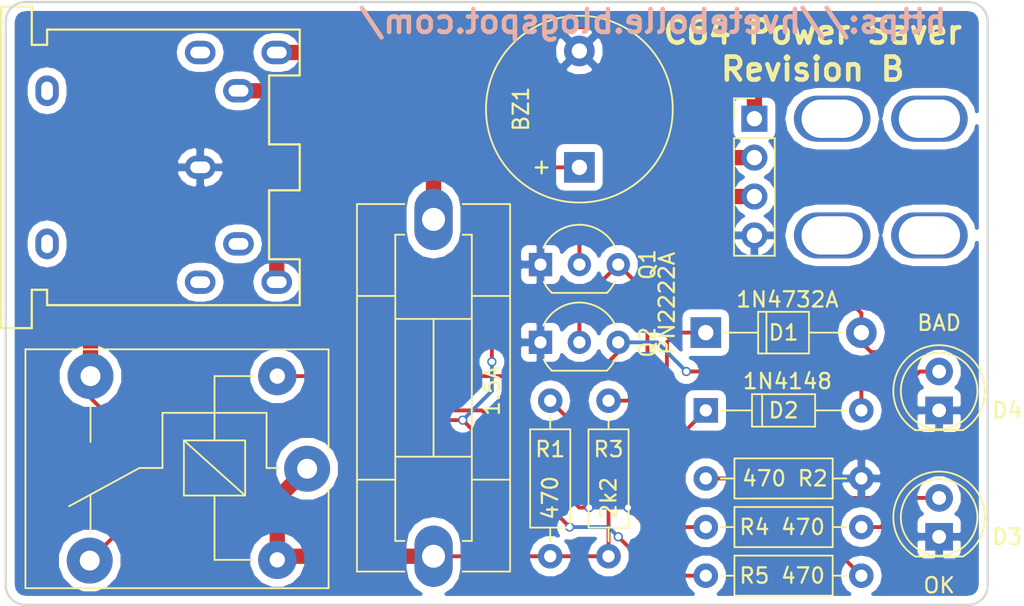
<source format=kicad_pcb>
(kicad_pcb (version 4) (host pcbnew 4.0.7)

  (general
    (links 28)
    (no_connects 0)
    (area 62.154999 66.599999 126.440001 106.120001)
    (thickness 1.6)
    (drawings 10)
    (tracks 131)
    (zones 0)
    (modules 16)
    (nets 14)
  )

  (page A4)
  (layers
    (0 F.Cu signal)
    (31 B.Cu signal)
    (32 B.Adhes user)
    (33 F.Adhes user)
    (34 B.Paste user)
    (35 F.Paste user)
    (36 B.SilkS user)
    (37 F.SilkS user)
    (38 B.Mask user)
    (39 F.Mask user)
    (40 Dwgs.User user)
    (41 Cmts.User user)
    (42 Eco1.User user)
    (43 Eco2.User user)
    (44 Edge.Cuts user)
    (45 Margin user)
    (46 B.CrtYd user)
    (47 F.CrtYd user)
    (48 B.Fab user)
    (49 F.Fab user)
  )

  (setup
    (last_trace_width 0.25)
    (user_trace_width 0.25)
    (trace_clearance 0.2)
    (zone_clearance 0.508)
    (zone_45_only no)
    (trace_min 0.2)
    (segment_width 0.2)
    (edge_width 0.15)
    (via_size 0.6)
    (via_drill 0.4)
    (via_min_size 0.4)
    (via_min_drill 0.3)
    (user_via 0.6 0.4)
    (uvia_size 0.3)
    (uvia_drill 0.1)
    (uvias_allowed no)
    (uvia_min_size 0.2)
    (uvia_min_drill 0.1)
    (pcb_text_width 0.3)
    (pcb_text_size 1.5 1.5)
    (mod_edge_width 0.15)
    (mod_text_size 1 1)
    (mod_text_width 0.15)
    (pad_size 1.524 1.524)
    (pad_drill 0.762)
    (pad_to_mask_clearance 0.2)
    (aux_axis_origin 0 0)
    (visible_elements 7FFFFFFF)
    (pcbplotparams
      (layerselection 0x011fc_80000001)
      (usegerberextensions true)
      (excludeedgelayer true)
      (linewidth 0.100000)
      (plotframeref false)
      (viasonmask false)
      (mode 1)
      (useauxorigin false)
      (hpglpennumber 1)
      (hpglpenspeed 20)
      (hpglpendiameter 15)
      (hpglpenoverlay 2)
      (psnegative false)
      (psa4output false)
      (plotreference true)
      (plotvalue true)
      (plotinvisibletext false)
      (padsonsilk false)
      (subtractmaskfromsilk false)
      (outputformat 1)
      (mirror false)
      (drillshape 0)
      (scaleselection 1)
      (outputdirectory export/))
  )

  (net 0 "")
  (net 1 "Net-(D1-Pad1)")
  (net 2 "Net-(D1-Pad2)")
  (net 3 "Net-(D2-Pad1)")
  (net 4 "Net-(D2-Pad2)")
  (net 5 GND)
  (net 6 "Net-(D3-Pad2)")
  (net 7 "Net-(D4-Pad2)")
  (net 8 "Net-(Q1-Pad3)")
  (net 9 5V_IN)
  (net 10 5V_OUT)
  (net 11 9VAC_2)
  (net 12 9VAC_1)
  (net 13 "Net-(BZ1-Pad1)")

  (net_class Default "This is the default net class."
    (clearance 0.2)
    (trace_width 0.25)
    (via_dia 0.6)
    (via_drill 0.4)
    (uvia_dia 0.3)
    (uvia_drill 0.1)
    (add_net 5V_OUT)
    (add_net GND)
    (add_net "Net-(BZ1-Pad1)")
    (add_net "Net-(D1-Pad1)")
    (add_net "Net-(D1-Pad2)")
    (add_net "Net-(D2-Pad2)")
    (add_net "Net-(D3-Pad2)")
    (add_net "Net-(D4-Pad2)")
    (add_net "Net-(Q1-Pad3)")
  )

  (net_class Power ""
    (clearance 0.2)
    (trace_width 1)
    (via_dia 1)
    (via_drill 0.6)
    (uvia_dia 0.3)
    (uvia_drill 0.1)
    (add_net 5V_IN)
    (add_net 9VAC_1)
    (add_net 9VAC_2)
    (add_net "Net-(D2-Pad1)")
  )

  (module Diodes_THT:D_DO-35_SOD27_P10.16mm_Horizontal (layer F.Cu) (tedit 5BB0D0BB) (tstamp 5B8BF494)
    (at 107.95 93.345)
    (descr "D, DO-35_SOD27 series, Axial, Horizontal, pin pitch=10.16mm, , length*diameter=4*2mm^2, , http://www.diodes.com/_files/packages/DO-35.pdf")
    (tags "D DO-35_SOD27 series Axial Horizontal pin pitch 10.16mm  length 4mm diameter 2mm")
    (path /5B8BB63C)
    (fp_text reference D2 (at 5.08 0) (layer F.SilkS)
      (effects (font (size 1 1) (thickness 0.15)))
    )
    (fp_text value 1N4148 (at 5.334 -1.905) (layer F.SilkS)
      (effects (font (size 1 1) (thickness 0.15)))
    )
    (fp_text user %R (at 5.08 0) (layer F.Fab)
      (effects (font (size 1 1) (thickness 0.15)))
    )
    (fp_line (start 3.08 -1) (end 3.08 1) (layer F.Fab) (width 0.1))
    (fp_line (start 3.08 1) (end 7.08 1) (layer F.Fab) (width 0.1))
    (fp_line (start 7.08 1) (end 7.08 -1) (layer F.Fab) (width 0.1))
    (fp_line (start 7.08 -1) (end 3.08 -1) (layer F.Fab) (width 0.1))
    (fp_line (start 0 0) (end 3.08 0) (layer F.Fab) (width 0.1))
    (fp_line (start 10.16 0) (end 7.08 0) (layer F.Fab) (width 0.1))
    (fp_line (start 3.68 -1) (end 3.68 1) (layer F.Fab) (width 0.1))
    (fp_line (start 3.02 -1.06) (end 3.02 1.06) (layer F.SilkS) (width 0.12))
    (fp_line (start 3.02 1.06) (end 7.14 1.06) (layer F.SilkS) (width 0.12))
    (fp_line (start 7.14 1.06) (end 7.14 -1.06) (layer F.SilkS) (width 0.12))
    (fp_line (start 7.14 -1.06) (end 3.02 -1.06) (layer F.SilkS) (width 0.12))
    (fp_line (start 0.98 0) (end 3.02 0) (layer F.SilkS) (width 0.12))
    (fp_line (start 9.18 0) (end 7.14 0) (layer F.SilkS) (width 0.12))
    (fp_line (start 3.68 -1.06) (end 3.68 1.06) (layer F.SilkS) (width 0.12))
    (fp_line (start -1.05 -1.35) (end -1.05 1.35) (layer F.CrtYd) (width 0.05))
    (fp_line (start -1.05 1.35) (end 11.25 1.35) (layer F.CrtYd) (width 0.05))
    (fp_line (start 11.25 1.35) (end 11.25 -1.35) (layer F.CrtYd) (width 0.05))
    (fp_line (start 11.25 -1.35) (end -1.05 -1.35) (layer F.CrtYd) (width 0.05))
    (pad 1 thru_hole rect (at 0 0) (size 1.6 1.6) (drill 0.8) (layers *.Cu *.Mask)
      (net 3 "Net-(D2-Pad1)"))
    (pad 2 thru_hole oval (at 10.16 0) (size 1.6 1.6) (drill 0.8) (layers *.Cu *.Mask)
      (net 4 "Net-(D2-Pad2)"))
    (model ${KISYS3DMOD}/Diodes_THT.3dshapes/D_DO-35_SOD27_P10.16mm_Horizontal.wrl
      (at (xyz 0 0 0))
      (scale (xyz 0.393701 0.393701 0.393701))
      (rotate (xyz 0 0 0))
    )
  )

  (module LEDs:LED_D5.0mm (layer F.Cu) (tedit 5BB0CF41) (tstamp 5B8BF49A)
    (at 123.19 101.6 90)
    (descr "LED, diameter 5.0mm, 2 pins, http://cdn-reichelt.de/documents/datenblatt/A500/LL-504BC2E-009.pdf")
    (tags "LED diameter 5.0mm 2 pins")
    (path /5B8BBCE4)
    (fp_text reference D3 (at 0 4.445 180) (layer F.SilkS)
      (effects (font (size 1 1) (thickness 0.15)))
    )
    (fp_text value OK (at -3.175 0 180) (layer F.SilkS)
      (effects (font (size 1 1) (thickness 0.15)))
    )
    (fp_arc (start 1.27 0) (end -1.23 -1.469694) (angle 299.1) (layer F.Fab) (width 0.1))
    (fp_arc (start 1.27 0) (end -1.29 -1.54483) (angle 148.9) (layer F.SilkS) (width 0.12))
    (fp_arc (start 1.27 0) (end -1.29 1.54483) (angle -148.9) (layer F.SilkS) (width 0.12))
    (fp_circle (center 1.27 0) (end 3.77 0) (layer F.Fab) (width 0.1))
    (fp_circle (center 1.27 0) (end 3.77 0) (layer F.SilkS) (width 0.12))
    (fp_line (start -1.23 -1.469694) (end -1.23 1.469694) (layer F.Fab) (width 0.1))
    (fp_line (start -1.29 -1.545) (end -1.29 1.545) (layer F.SilkS) (width 0.12))
    (fp_line (start -1.95 -3.25) (end -1.95 3.25) (layer F.CrtYd) (width 0.05))
    (fp_line (start -1.95 3.25) (end 4.5 3.25) (layer F.CrtYd) (width 0.05))
    (fp_line (start 4.5 3.25) (end 4.5 -3.25) (layer F.CrtYd) (width 0.05))
    (fp_line (start 4.5 -3.25) (end -1.95 -3.25) (layer F.CrtYd) (width 0.05))
    (fp_text user %R (at 0 4.445 180) (layer F.Fab)
      (effects (font (size 0.8 0.8) (thickness 0.2)))
    )
    (pad 1 thru_hole rect (at 0 0 90) (size 1.8 1.8) (drill 0.9) (layers *.Cu *.Mask)
      (net 5 GND))
    (pad 2 thru_hole circle (at 2.54 0 90) (size 1.8 1.8) (drill 0.9) (layers *.Cu *.Mask)
      (net 6 "Net-(D3-Pad2)"))
    (model ${KISYS3DMOD}/LEDs.3dshapes/LED_D5.0mm.wrl
      (at (xyz 0 0 0))
      (scale (xyz 0.393701 0.393701 0.393701))
      (rotate (xyz 0 0 0))
    )
  )

  (module LEDs:LED_D5.0mm (layer F.Cu) (tedit 5BB0CF48) (tstamp 5B8BF4A0)
    (at 123.19 93.345 90)
    (descr "LED, diameter 5.0mm, 2 pins, http://cdn-reichelt.de/documents/datenblatt/A500/LL-504BC2E-009.pdf")
    (tags "LED diameter 5.0mm 2 pins")
    (path /5B8BBC0B)
    (fp_text reference D4 (at 0 4.445 180) (layer F.SilkS)
      (effects (font (size 1 1) (thickness 0.15)))
    )
    (fp_text value BAD (at 5.715 0 180) (layer F.SilkS)
      (effects (font (size 1 1) (thickness 0.15)))
    )
    (fp_arc (start 1.27 0) (end -1.23 -1.469694) (angle 299.1) (layer F.Fab) (width 0.1))
    (fp_arc (start 1.27 0) (end -1.29 -1.54483) (angle 148.9) (layer F.SilkS) (width 0.12))
    (fp_arc (start 1.27 0) (end -1.29 1.54483) (angle -148.9) (layer F.SilkS) (width 0.12))
    (fp_circle (center 1.27 0) (end 3.77 0) (layer F.Fab) (width 0.1))
    (fp_circle (center 1.27 0) (end 3.77 0) (layer F.SilkS) (width 0.12))
    (fp_line (start -1.23 -1.469694) (end -1.23 1.469694) (layer F.Fab) (width 0.1))
    (fp_line (start -1.29 -1.545) (end -1.29 1.545) (layer F.SilkS) (width 0.12))
    (fp_line (start -1.95 -3.25) (end -1.95 3.25) (layer F.CrtYd) (width 0.05))
    (fp_line (start -1.95 3.25) (end 4.5 3.25) (layer F.CrtYd) (width 0.05))
    (fp_line (start 4.5 3.25) (end 4.5 -3.25) (layer F.CrtYd) (width 0.05))
    (fp_line (start 4.5 -3.25) (end -1.95 -3.25) (layer F.CrtYd) (width 0.05))
    (fp_text user %R (at 0 4.445 180) (layer F.Fab)
      (effects (font (size 0.8 0.8) (thickness 0.2)))
    )
    (pad 1 thru_hole rect (at 0 0 90) (size 1.8 1.8) (drill 0.9) (layers *.Cu *.Mask)
      (net 5 GND))
    (pad 2 thru_hole circle (at 2.54 0 90) (size 1.8 1.8) (drill 0.9) (layers *.Cu *.Mask)
      (net 7 "Net-(D4-Pad2)"))
    (model ${KISYS3DMOD}/LEDs.3dshapes/LED_D5.0mm.wrl
      (at (xyz 0 0 0))
      (scale (xyz 0.393701 0.393701 0.393701))
      (rotate (xyz 0 0 0))
    )
  )

  (module Fuse_Holders_and_Fuses:Fuseholder5x20_horiz_SemiClosed_Casing10x25mm (layer F.Cu) (tedit 5B8C07EE) (tstamp 5B8BF4A6)
    (at 90.17 102.87 90)
    (descr "Fuseholder, 5x20, Semi closed, horizontal, Casing 10x25mm,")
    (tags "Fuseholder 5x20 Semi closed horizontal Casing 10x25mm Sicherungshalter halbgeschlossen ")
    (path /5B8BCEC1)
    (fp_text reference F1 (at 17.78 0 90) (layer F.SilkS) hide
      (effects (font (size 1 1) (thickness 0.15)))
    )
    (fp_text value 1.5A (at 10.795 3.81 90) (layer F.SilkS)
      (effects (font (size 1 1) (thickness 0.15)))
    )
    (fp_line (start 5 2.5) (end 5 4.9) (layer F.Fab) (width 0.1))
    (fp_line (start 17 -2.5) (end 17 -4.9) (layer F.Fab) (width 0.1))
    (fp_line (start 17 2.5) (end 17 4.95) (layer F.Fab) (width 0.1))
    (fp_line (start 15.5 -2.5) (end 15.5 2.5) (layer F.Fab) (width 0.1))
    (fp_line (start 6.5 0) (end 15.5 0) (layer F.Fab) (width 0.1))
    (fp_line (start 6.5 -2.5) (end 6.5 2.5) (layer F.Fab) (width 0.1))
    (fp_line (start 5 -4.9) (end 5 -2.5) (layer F.Fab) (width 0.1))
    (fp_line (start 1 -2.5) (end 1 2.5) (layer F.Fab) (width 0.1))
    (fp_line (start 1 2.5) (end 21 2.5) (layer F.Fab) (width 0.1))
    (fp_line (start 21 2.5) (end 21 -2.5) (layer F.Fab) (width 0.1))
    (fp_line (start 21 -2.5) (end 1 -2.5) (layer F.Fab) (width 0.1))
    (fp_line (start -0.9 -4.9) (end -0.9 4.9) (layer F.Fab) (width 0.1))
    (fp_line (start -0.9 4.9) (end 22.9 4.9) (layer F.Fab) (width 0.1))
    (fp_line (start 22.9 4.9) (end 22.9 -4.9) (layer F.Fab) (width 0.1))
    (fp_line (start 22.9 -4.9) (end -0.9 -4.9) (layer F.Fab) (width 0.1))
    (fp_line (start 5 -2.5) (end 5 -5) (layer F.SilkS) (width 0.12))
    (fp_line (start 5 5) (end 5 2.5) (layer F.SilkS) (width 0.12))
    (fp_line (start 17 5) (end 17 2.5) (layer F.SilkS) (width 0.12))
    (fp_line (start 17 -5) (end 17 -2.5) (layer F.SilkS) (width 0.12))
    (fp_line (start 6.5 0) (end 15.5 0) (layer F.SilkS) (width 0.12))
    (fp_line (start 6.5 -2.5) (end 6.5 2.5) (layer F.SilkS) (width 0.12))
    (fp_line (start 15.5 -2.5) (end 15.5 2.5) (layer F.SilkS) (width 0.12))
    (fp_line (start 21 -1.9) (end 21 -2.5) (layer F.SilkS) (width 0.12))
    (fp_line (start 1 1.9) (end 1 2.5) (layer F.SilkS) (width 0.12))
    (fp_line (start 1 2.5) (end 21 2.5) (layer F.SilkS) (width 0.12))
    (fp_line (start 21 2.5) (end 21 1.9) (layer F.SilkS) (width 0.12))
    (fp_line (start 21 -2.5) (end 1 -2.5) (layer F.SilkS) (width 0.12))
    (fp_line (start 1 -2.5) (end 1 -1.9) (layer F.SilkS) (width 0.12))
    (fp_line (start 23 -1.9) (end 23 -5) (layer F.SilkS) (width 0.12))
    (fp_line (start -1 1.9) (end -1 5) (layer F.SilkS) (width 0.12))
    (fp_line (start -1 5) (end 23 5) (layer F.SilkS) (width 0.12))
    (fp_line (start 23 5) (end 23 1.9) (layer F.SilkS) (width 0.12))
    (fp_line (start 23 -5) (end -1 -5) (layer F.SilkS) (width 0.12))
    (fp_line (start -1 -5) (end -1 -1.9) (layer F.SilkS) (width 0.12))
    (fp_line (start -1.5 -5.15) (end 23.5 -5.15) (layer F.CrtYd) (width 0.05))
    (fp_line (start -1.5 -5.15) (end -1.5 5.2) (layer F.CrtYd) (width 0.05))
    (fp_line (start 23.5 5.2) (end 23.5 -5.15) (layer F.CrtYd) (width 0.05))
    (fp_line (start 23.5 5.2) (end -1.5 5.2) (layer F.CrtYd) (width 0.05))
    (pad 2 thru_hole oval (at 22 0) (size 2.5 4) (drill 1.5) (layers *.Cu *.Mask)
      (net 9 5V_IN))
    (pad 1 thru_hole oval (at 0 0) (size 2.5 4) (drill 1.5) (layers *.Cu *.Mask)
      (net 3 "Net-(D2-Pad1)"))
  )

  (module Relays_THT:Relay_SPDT_SANYOU_SRD_Series_Form_C (layer F.Cu) (tedit 5BB0D15C) (tstamp 5B8BF4C7)
    (at 81.915 97.155 180)
    (descr "relay Sanyou SRD series Form C http://www.sanyourelay.ca/public/products/pdf/SRD.pdf")
    (tags "relay Sanyu SRD form C")
    (path /5B8BBEBA)
    (fp_text reference K1 (at 17.145 0.635 180) (layer F.SilkS) hide
      (effects (font (size 1 1) (thickness 0.15)))
    )
    (fp_text value SANYOU_SRD_Form_C (at 10.16 -0.635 180) (layer F.Fab) hide
      (effects (font (size 1 1) (thickness 0.15)))
    )
    (fp_line (start -1.4 1.2) (end -1.4 7.8) (layer F.SilkS) (width 0.12))
    (fp_line (start -1.4 -7.8) (end -1.4 -1.2) (layer F.SilkS) (width 0.12))
    (fp_line (start -1.4 -7.8) (end 18.4 -7.8) (layer F.SilkS) (width 0.12))
    (fp_line (start 18.4 -7.8) (end 18.4 7.8) (layer F.SilkS) (width 0.12))
    (fp_line (start 18.4 7.8) (end -1.4 7.8) (layer F.SilkS) (width 0.12))
    (fp_text user 1 (at 0 -2.3 180) (layer F.Fab)
      (effects (font (size 1 1) (thickness 0.15)))
    )
    (fp_line (start -1.3 -7.7) (end 18.3 -7.7) (layer F.Fab) (width 0.12))
    (fp_line (start 18.3 -7.7) (end 18.3 7.7) (layer F.Fab) (width 0.12))
    (fp_line (start 18.3 7.7) (end -1.3 7.7) (layer F.Fab) (width 0.12))
    (fp_line (start -1.3 7.7) (end -1.3 -7.7) (layer F.Fab) (width 0.12))
    (fp_text user %R (at 17.145 0.635 180) (layer F.Fab) hide
      (effects (font (size 1 1) (thickness 0.15)))
    )
    (fp_line (start 18.55 -7.95) (end -1.55 -7.95) (layer F.CrtYd) (width 0.05))
    (fp_line (start -1.55 7.95) (end -1.55 -7.95) (layer F.CrtYd) (width 0.05))
    (fp_line (start 18.55 -7.95) (end 18.55 7.95) (layer F.CrtYd) (width 0.05))
    (fp_line (start -1.55 7.95) (end 18.55 7.95) (layer F.CrtYd) (width 0.05))
    (fp_line (start 14.15 4.2) (end 14.15 1.75) (layer F.SilkS) (width 0.12))
    (fp_line (start 14.15 -4.2) (end 14.15 -1.7) (layer F.SilkS) (width 0.12))
    (fp_line (start 3.55 6.05) (end 6.05 6.05) (layer F.SilkS) (width 0.12))
    (fp_line (start 2.65 0.05) (end 1.85 0.05) (layer F.SilkS) (width 0.12))
    (fp_line (start 6.05 -5.95) (end 3.55 -5.95) (layer F.SilkS) (width 0.12))
    (fp_line (start 9.45 0.05) (end 10.95 0.05) (layer F.SilkS) (width 0.12))
    (fp_line (start 10.95 0.05) (end 15.55 -2.45) (layer F.SilkS) (width 0.12))
    (fp_line (start 9.45 3.65) (end 2.65 3.65) (layer F.SilkS) (width 0.12))
    (fp_line (start 9.45 0.05) (end 9.45 3.65) (layer F.SilkS) (width 0.12))
    (fp_line (start 2.65 0.05) (end 2.65 3.65) (layer F.SilkS) (width 0.12))
    (fp_line (start 6.05 -5.95) (end 6.05 -1.75) (layer F.SilkS) (width 0.12))
    (fp_line (start 6.05 1.85) (end 6.05 6.05) (layer F.SilkS) (width 0.12))
    (fp_line (start 8.05 1.85) (end 4.05 -1.75) (layer F.SilkS) (width 0.12))
    (fp_line (start 4.05 1.85) (end 4.05 -1.75) (layer F.SilkS) (width 0.12))
    (fp_line (start 4.05 -1.75) (end 8.05 -1.75) (layer F.SilkS) (width 0.12))
    (fp_line (start 8.05 -1.75) (end 8.05 1.85) (layer F.SilkS) (width 0.12))
    (fp_line (start 8.05 1.85) (end 4.05 1.85) (layer F.SilkS) (width 0.12))
    (pad 2 thru_hole circle (at 1.95 6.05 270) (size 2.5 2.5) (drill 1) (layers *.Cu *.Mask)
      (net 4 "Net-(D2-Pad2)"))
    (pad 3 thru_hole circle (at 14.15 6.05 270) (size 3 3) (drill 1.3) (layers *.Cu *.Mask)
      (net 10 5V_OUT))
    (pad 4 thru_hole circle (at 14.2 -6 270) (size 3 3) (drill 1.3) (layers *.Cu *.Mask)
      (net 13 "Net-(BZ1-Pad1)"))
    (pad 5 thru_hole circle (at 1.95 -5.95 270) (size 2.5 2.5) (drill 1) (layers *.Cu *.Mask)
      (net 3 "Net-(D2-Pad1)"))
    (pad 1 thru_hole circle (at 0 0 270) (size 3 3) (drill 1.3) (layers *.Cu *.Mask)
      (net 3 "Net-(D2-Pad1)"))
    (model ${KISYS3DMOD}/Relays_THT.3dshapes/Relay_SPDT_SANYOU_SRD_Series_Form_C.wrl
      (at (xyz 0 0 0))
      (scale (xyz 1 1 1))
      (rotate (xyz 0 0 0))
    )
  )

  (module Resistors_THT:R_Axial_DIN0207_L6.3mm_D2.5mm_P10.16mm_Horizontal (layer F.Cu) (tedit 5BB0D1B3) (tstamp 5B8BF4DB)
    (at 97.79 102.87 90)
    (descr "Resistor, Axial_DIN0207 series, Axial, Horizontal, pin pitch=10.16mm, 0.25W = 1/4W, length*diameter=6.3*2.5mm^2, http://cdn-reichelt.de/documents/datenblatt/B400/1_4W%23YAG.pdf")
    (tags "Resistor Axial_DIN0207 series Axial Horizontal pin pitch 10.16mm 0.25W = 1/4W length 6.3mm diameter 2.5mm")
    (path /5B8BB424)
    (fp_text reference R1 (at 6.985 0 180) (layer F.SilkS)
      (effects (font (size 1 1) (thickness 0.15)))
    )
    (fp_text value 470 (at 3.81 0 90) (layer F.SilkS)
      (effects (font (size 1 1) (thickness 0.15)))
    )
    (fp_line (start 1.93 -1.25) (end 1.93 1.25) (layer F.Fab) (width 0.1))
    (fp_line (start 1.93 1.25) (end 8.23 1.25) (layer F.Fab) (width 0.1))
    (fp_line (start 8.23 1.25) (end 8.23 -1.25) (layer F.Fab) (width 0.1))
    (fp_line (start 8.23 -1.25) (end 1.93 -1.25) (layer F.Fab) (width 0.1))
    (fp_line (start 0 0) (end 1.93 0) (layer F.Fab) (width 0.1))
    (fp_line (start 10.16 0) (end 8.23 0) (layer F.Fab) (width 0.1))
    (fp_line (start 1.87 -1.31) (end 1.87 1.31) (layer F.SilkS) (width 0.12))
    (fp_line (start 1.87 1.31) (end 8.29 1.31) (layer F.SilkS) (width 0.12))
    (fp_line (start 8.29 1.31) (end 8.29 -1.31) (layer F.SilkS) (width 0.12))
    (fp_line (start 8.29 -1.31) (end 1.87 -1.31) (layer F.SilkS) (width 0.12))
    (fp_line (start 0.98 0) (end 1.87 0) (layer F.SilkS) (width 0.12))
    (fp_line (start 9.18 0) (end 8.29 0) (layer F.SilkS) (width 0.12))
    (fp_line (start -1.05 -1.6) (end -1.05 1.6) (layer F.CrtYd) (width 0.05))
    (fp_line (start -1.05 1.6) (end 11.25 1.6) (layer F.CrtYd) (width 0.05))
    (fp_line (start 11.25 1.6) (end 11.25 -1.6) (layer F.CrtYd) (width 0.05))
    (fp_line (start 11.25 -1.6) (end -1.05 -1.6) (layer F.CrtYd) (width 0.05))
    (pad 1 thru_hole circle (at 0 0 90) (size 1.6 1.6) (drill 0.8) (layers *.Cu *.Mask)
      (net 3 "Net-(D2-Pad1)"))
    (pad 2 thru_hole oval (at 10.16 0 90) (size 1.6 1.6) (drill 0.8) (layers *.Cu *.Mask)
      (net 1 "Net-(D1-Pad1)"))
    (model ${KISYS3DMOD}/Resistors_THT.3dshapes/R_Axial_DIN0207_L6.3mm_D2.5mm_P10.16mm_Horizontal.wrl
      (at (xyz 0 0 0))
      (scale (xyz 0.393701 0.393701 0.393701))
      (rotate (xyz 0 0 0))
    )
  )

  (module Resistors_THT:R_Axial_DIN0207_L6.3mm_D2.5mm_P10.16mm_Horizontal (layer F.Cu) (tedit 5B8C0065) (tstamp 5B8BF4E1)
    (at 107.95 97.79)
    (descr "Resistor, Axial_DIN0207 series, Axial, Horizontal, pin pitch=10.16mm, 0.25W = 1/4W, length*diameter=6.3*2.5mm^2, http://cdn-reichelt.de/documents/datenblatt/B400/1_4W%23YAG.pdf")
    (tags "Resistor Axial_DIN0207 series Axial Horizontal pin pitch 10.16mm 0.25W = 1/4W length 6.3mm diameter 2.5mm")
    (path /5B8BB45B)
    (fp_text reference R2 (at 6.985 0) (layer F.SilkS)
      (effects (font (size 1 1) (thickness 0.15)))
    )
    (fp_text value 470 (at 3.81 0) (layer F.SilkS)
      (effects (font (size 1 1) (thickness 0.15)))
    )
    (fp_line (start 1.93 -1.25) (end 1.93 1.25) (layer F.Fab) (width 0.1))
    (fp_line (start 1.93 1.25) (end 8.23 1.25) (layer F.Fab) (width 0.1))
    (fp_line (start 8.23 1.25) (end 8.23 -1.25) (layer F.Fab) (width 0.1))
    (fp_line (start 8.23 -1.25) (end 1.93 -1.25) (layer F.Fab) (width 0.1))
    (fp_line (start 0 0) (end 1.93 0) (layer F.Fab) (width 0.1))
    (fp_line (start 10.16 0) (end 8.23 0) (layer F.Fab) (width 0.1))
    (fp_line (start 1.87 -1.31) (end 1.87 1.31) (layer F.SilkS) (width 0.12))
    (fp_line (start 1.87 1.31) (end 8.29 1.31) (layer F.SilkS) (width 0.12))
    (fp_line (start 8.29 1.31) (end 8.29 -1.31) (layer F.SilkS) (width 0.12))
    (fp_line (start 8.29 -1.31) (end 1.87 -1.31) (layer F.SilkS) (width 0.12))
    (fp_line (start 0.98 0) (end 1.87 0) (layer F.SilkS) (width 0.12))
    (fp_line (start 9.18 0) (end 8.29 0) (layer F.SilkS) (width 0.12))
    (fp_line (start -1.05 -1.6) (end -1.05 1.6) (layer F.CrtYd) (width 0.05))
    (fp_line (start -1.05 1.6) (end 11.25 1.6) (layer F.CrtYd) (width 0.05))
    (fp_line (start 11.25 1.6) (end 11.25 -1.6) (layer F.CrtYd) (width 0.05))
    (fp_line (start 11.25 -1.6) (end -1.05 -1.6) (layer F.CrtYd) (width 0.05))
    (pad 1 thru_hole circle (at 0 0) (size 1.6 1.6) (drill 0.8) (layers *.Cu *.Mask)
      (net 2 "Net-(D1-Pad2)"))
    (pad 2 thru_hole oval (at 10.16 0) (size 1.6 1.6) (drill 0.8) (layers *.Cu *.Mask)
      (net 5 GND))
    (model ${KISYS3DMOD}/Resistors_THT.3dshapes/R_Axial_DIN0207_L6.3mm_D2.5mm_P10.16mm_Horizontal.wrl
      (at (xyz 0 0 0))
      (scale (xyz 0.393701 0.393701 0.393701))
      (rotate (xyz 0 0 0))
    )
  )

  (module Resistors_THT:R_Axial_DIN0207_L6.3mm_D2.5mm_P10.16mm_Horizontal (layer F.Cu) (tedit 5BB0D1BB) (tstamp 5B8BF4E7)
    (at 101.6 102.87 90)
    (descr "Resistor, Axial_DIN0207 series, Axial, Horizontal, pin pitch=10.16mm, 0.25W = 1/4W, length*diameter=6.3*2.5mm^2, http://cdn-reichelt.de/documents/datenblatt/B400/1_4W%23YAG.pdf")
    (tags "Resistor Axial_DIN0207 series Axial Horizontal pin pitch 10.16mm 0.25W = 1/4W length 6.3mm diameter 2.5mm")
    (path /5B8BB4EB)
    (fp_text reference R3 (at 6.985 0 180) (layer F.SilkS)
      (effects (font (size 1 1) (thickness 0.15)))
    )
    (fp_text value 2k2 (at 3.81 0 90) (layer F.SilkS)
      (effects (font (size 1 1) (thickness 0.15)))
    )
    (fp_line (start 1.93 -1.25) (end 1.93 1.25) (layer F.Fab) (width 0.1))
    (fp_line (start 1.93 1.25) (end 8.23 1.25) (layer F.Fab) (width 0.1))
    (fp_line (start 8.23 1.25) (end 8.23 -1.25) (layer F.Fab) (width 0.1))
    (fp_line (start 8.23 -1.25) (end 1.93 -1.25) (layer F.Fab) (width 0.1))
    (fp_line (start 0 0) (end 1.93 0) (layer F.Fab) (width 0.1))
    (fp_line (start 10.16 0) (end 8.23 0) (layer F.Fab) (width 0.1))
    (fp_line (start 1.87 -1.31) (end 1.87 1.31) (layer F.SilkS) (width 0.12))
    (fp_line (start 1.87 1.31) (end 8.29 1.31) (layer F.SilkS) (width 0.12))
    (fp_line (start 8.29 1.31) (end 8.29 -1.31) (layer F.SilkS) (width 0.12))
    (fp_line (start 8.29 -1.31) (end 1.87 -1.31) (layer F.SilkS) (width 0.12))
    (fp_line (start 0.98 0) (end 1.87 0) (layer F.SilkS) (width 0.12))
    (fp_line (start 9.18 0) (end 8.29 0) (layer F.SilkS) (width 0.12))
    (fp_line (start -1.05 -1.6) (end -1.05 1.6) (layer F.CrtYd) (width 0.05))
    (fp_line (start -1.05 1.6) (end 11.25 1.6) (layer F.CrtYd) (width 0.05))
    (fp_line (start 11.25 1.6) (end 11.25 -1.6) (layer F.CrtYd) (width 0.05))
    (fp_line (start 11.25 -1.6) (end -1.05 -1.6) (layer F.CrtYd) (width 0.05))
    (pad 1 thru_hole circle (at 0 0 90) (size 1.6 1.6) (drill 0.8) (layers *.Cu *.Mask)
      (net 3 "Net-(D2-Pad1)"))
    (pad 2 thru_hole oval (at 10.16 0 90) (size 1.6 1.6) (drill 0.8) (layers *.Cu *.Mask)
      (net 8 "Net-(Q1-Pad3)"))
    (model ${KISYS3DMOD}/Resistors_THT.3dshapes/R_Axial_DIN0207_L6.3mm_D2.5mm_P10.16mm_Horizontal.wrl
      (at (xyz 0 0 0))
      (scale (xyz 0.393701 0.393701 0.393701))
      (rotate (xyz 0 0 0))
    )
  )

  (module Resistors_THT:R_Axial_DIN0207_L6.3mm_D2.5mm_P10.16mm_Horizontal (layer F.Cu) (tedit 5B8C006D) (tstamp 5B8BF4ED)
    (at 107.95 100.965)
    (descr "Resistor, Axial_DIN0207 series, Axial, Horizontal, pin pitch=10.16mm, 0.25W = 1/4W, length*diameter=6.3*2.5mm^2, http://cdn-reichelt.de/documents/datenblatt/B400/1_4W%23YAG.pdf")
    (tags "Resistor Axial_DIN0207 series Axial Horizontal pin pitch 10.16mm 0.25W = 1/4W length 6.3mm diameter 2.5mm")
    (path /5B8BBB66)
    (fp_text reference R4 (at 3.175 0) (layer F.SilkS)
      (effects (font (size 1 1) (thickness 0.15)))
    )
    (fp_text value 470 (at 6.35 0) (layer F.SilkS)
      (effects (font (size 1 1) (thickness 0.15)))
    )
    (fp_line (start 1.93 -1.25) (end 1.93 1.25) (layer F.Fab) (width 0.1))
    (fp_line (start 1.93 1.25) (end 8.23 1.25) (layer F.Fab) (width 0.1))
    (fp_line (start 8.23 1.25) (end 8.23 -1.25) (layer F.Fab) (width 0.1))
    (fp_line (start 8.23 -1.25) (end 1.93 -1.25) (layer F.Fab) (width 0.1))
    (fp_line (start 0 0) (end 1.93 0) (layer F.Fab) (width 0.1))
    (fp_line (start 10.16 0) (end 8.23 0) (layer F.Fab) (width 0.1))
    (fp_line (start 1.87 -1.31) (end 1.87 1.31) (layer F.SilkS) (width 0.12))
    (fp_line (start 1.87 1.31) (end 8.29 1.31) (layer F.SilkS) (width 0.12))
    (fp_line (start 8.29 1.31) (end 8.29 -1.31) (layer F.SilkS) (width 0.12))
    (fp_line (start 8.29 -1.31) (end 1.87 -1.31) (layer F.SilkS) (width 0.12))
    (fp_line (start 0.98 0) (end 1.87 0) (layer F.SilkS) (width 0.12))
    (fp_line (start 9.18 0) (end 8.29 0) (layer F.SilkS) (width 0.12))
    (fp_line (start -1.05 -1.6) (end -1.05 1.6) (layer F.CrtYd) (width 0.05))
    (fp_line (start -1.05 1.6) (end 11.25 1.6) (layer F.CrtYd) (width 0.05))
    (fp_line (start 11.25 1.6) (end 11.25 -1.6) (layer F.CrtYd) (width 0.05))
    (fp_line (start 11.25 -1.6) (end -1.05 -1.6) (layer F.CrtYd) (width 0.05))
    (pad 1 thru_hole circle (at 0 0) (size 1.6 1.6) (drill 0.8) (layers *.Cu *.Mask)
      (net 10 5V_OUT))
    (pad 2 thru_hole oval (at 10.16 0) (size 1.6 1.6) (drill 0.8) (layers *.Cu *.Mask)
      (net 6 "Net-(D3-Pad2)"))
    (model ${KISYS3DMOD}/Resistors_THT.3dshapes/R_Axial_DIN0207_L6.3mm_D2.5mm_P10.16mm_Horizontal.wrl
      (at (xyz 0 0 0))
      (scale (xyz 0.393701 0.393701 0.393701))
      (rotate (xyz 0 0 0))
    )
  )

  (module Resistors_THT:R_Axial_DIN0207_L6.3mm_D2.5mm_P10.16mm_Horizontal (layer F.Cu) (tedit 5B8C0073) (tstamp 5B8BF4F3)
    (at 107.95 104.14)
    (descr "Resistor, Axial_DIN0207 series, Axial, Horizontal, pin pitch=10.16mm, 0.25W = 1/4W, length*diameter=6.3*2.5mm^2, http://cdn-reichelt.de/documents/datenblatt/B400/1_4W%23YAG.pdf")
    (tags "Resistor Axial_DIN0207 series Axial Horizontal pin pitch 10.16mm 0.25W = 1/4W length 6.3mm diameter 2.5mm")
    (path /5B8BBAE2)
    (fp_text reference R5 (at 3.175 0) (layer F.SilkS)
      (effects (font (size 1 1) (thickness 0.15)))
    )
    (fp_text value 470 (at 6.35 0) (layer F.SilkS)
      (effects (font (size 1 1) (thickness 0.15)))
    )
    (fp_line (start 1.93 -1.25) (end 1.93 1.25) (layer F.Fab) (width 0.1))
    (fp_line (start 1.93 1.25) (end 8.23 1.25) (layer F.Fab) (width 0.1))
    (fp_line (start 8.23 1.25) (end 8.23 -1.25) (layer F.Fab) (width 0.1))
    (fp_line (start 8.23 -1.25) (end 1.93 -1.25) (layer F.Fab) (width 0.1))
    (fp_line (start 0 0) (end 1.93 0) (layer F.Fab) (width 0.1))
    (fp_line (start 10.16 0) (end 8.23 0) (layer F.Fab) (width 0.1))
    (fp_line (start 1.87 -1.31) (end 1.87 1.31) (layer F.SilkS) (width 0.12))
    (fp_line (start 1.87 1.31) (end 8.29 1.31) (layer F.SilkS) (width 0.12))
    (fp_line (start 8.29 1.31) (end 8.29 -1.31) (layer F.SilkS) (width 0.12))
    (fp_line (start 8.29 -1.31) (end 1.87 -1.31) (layer F.SilkS) (width 0.12))
    (fp_line (start 0.98 0) (end 1.87 0) (layer F.SilkS) (width 0.12))
    (fp_line (start 9.18 0) (end 8.29 0) (layer F.SilkS) (width 0.12))
    (fp_line (start -1.05 -1.6) (end -1.05 1.6) (layer F.CrtYd) (width 0.05))
    (fp_line (start -1.05 1.6) (end 11.25 1.6) (layer F.CrtYd) (width 0.05))
    (fp_line (start 11.25 1.6) (end 11.25 -1.6) (layer F.CrtYd) (width 0.05))
    (fp_line (start 11.25 -1.6) (end -1.05 -1.6) (layer F.CrtYd) (width 0.05))
    (pad 1 thru_hole circle (at 0 0) (size 1.6 1.6) (drill 0.8) (layers *.Cu *.Mask)
      (net 13 "Net-(BZ1-Pad1)"))
    (pad 2 thru_hole oval (at 10.16 0) (size 1.6 1.6) (drill 0.8) (layers *.Cu *.Mask)
      (net 7 "Net-(D4-Pad2)"))
    (model ${KISYS3DMOD}/Resistors_THT.3dshapes/R_Axial_DIN0207_L6.3mm_D2.5mm_P10.16mm_Horizontal.wrl
      (at (xyz 0 0 0))
      (scale (xyz 0.393701 0.393701 0.393701))
      (rotate (xyz 0 0 0))
    )
  )

  (module TO_SOT_Packages_THT:TO-92_Inline_Wide (layer F.Cu) (tedit 5BB0D5B6) (tstamp 5BABDA30)
    (at 97.155 83.82)
    (descr "TO-92 leads in-line, wide, drill 0.8mm (see NXP sot054_po.pdf)")
    (tags "to-92 sc-43 sc-43a sot54 PA33 transistor")
    (path /5B8BB5F8)
    (fp_text reference Q1 (at 6.985 0 270) (layer F.SilkS)
      (effects (font (size 1 1) (thickness 0.15)))
    )
    (fp_text value PN2222A (at 8.255 2.54 90) (layer F.SilkS)
      (effects (font (size 1 1) (thickness 0.15)))
    )
    (fp_text user %R (at 6.985 0 270) (layer F.Fab)
      (effects (font (size 1 1) (thickness 0.15)))
    )
    (fp_line (start 0.74 1.85) (end 4.34 1.85) (layer F.SilkS) (width 0.12))
    (fp_line (start 0.8 1.75) (end 4.3 1.75) (layer F.Fab) (width 0.1))
    (fp_line (start -1.01 -2.73) (end 6.09 -2.73) (layer F.CrtYd) (width 0.05))
    (fp_line (start -1.01 -2.73) (end -1.01 2.01) (layer F.CrtYd) (width 0.05))
    (fp_line (start 6.09 2.01) (end 6.09 -2.73) (layer F.CrtYd) (width 0.05))
    (fp_line (start 6.09 2.01) (end -1.01 2.01) (layer F.CrtYd) (width 0.05))
    (fp_arc (start 2.54 0) (end 0.74 1.85) (angle 20) (layer F.SilkS) (width 0.12))
    (fp_arc (start 2.54 0) (end 2.54 -2.6) (angle -65) (layer F.SilkS) (width 0.12))
    (fp_arc (start 2.54 0) (end 2.54 -2.6) (angle 65) (layer F.SilkS) (width 0.12))
    (fp_arc (start 2.54 0) (end 2.54 -2.48) (angle 135) (layer F.Fab) (width 0.1))
    (fp_arc (start 2.54 0) (end 2.54 -2.48) (angle -135) (layer F.Fab) (width 0.1))
    (fp_arc (start 2.54 0) (end 4.34 1.85) (angle -20) (layer F.SilkS) (width 0.12))
    (pad 2 thru_hole circle (at 2.54 0 90) (size 1.52 1.52) (drill 0.8) (layers *.Cu *.Mask)
      (net 2 "Net-(D1-Pad2)"))
    (pad 3 thru_hole circle (at 5.08 0 90) (size 1.52 1.52) (drill 0.8) (layers *.Cu *.Mask)
      (net 8 "Net-(Q1-Pad3)"))
    (pad 1 thru_hole rect (at 0 0 90) (size 1.52 1.52) (drill 0.8) (layers *.Cu *.Mask)
      (net 5 GND))
    (model ${KISYS3DMOD}/TO_SOT_Packages_THT.3dshapes/TO-92_Inline_Wide.wrl
      (at (xyz 0.1 0 0))
      (scale (xyz 1 1 1))
      (rotate (xyz 0 0 -90))
    )
  )

  (module TO_SOT_Packages_THT:TO-92_Inline_Wide (layer F.Cu) (tedit 5BB0D5B1) (tstamp 5BABDA36)
    (at 97.155 88.9)
    (descr "TO-92 leads in-line, wide, drill 0.8mm (see NXP sot054_po.pdf)")
    (tags "to-92 sc-43 sc-43a sot54 PA33 transistor")
    (path /5B8BB6EE)
    (fp_text reference Q2 (at 6.985 0 270) (layer F.SilkS)
      (effects (font (size 1 1) (thickness 0.15)))
    )
    (fp_text value PN2222A (at 2.54 -1.905) (layer B.SilkS) hide
      (effects (font (size 1 1) (thickness 0.15)) (justify mirror))
    )
    (fp_text user %R (at 6.985 0 270) (layer F.Fab)
      (effects (font (size 1 1) (thickness 0.15)))
    )
    (fp_line (start 0.74 1.85) (end 4.34 1.85) (layer F.SilkS) (width 0.12))
    (fp_line (start 0.8 1.75) (end 4.3 1.75) (layer F.Fab) (width 0.1))
    (fp_line (start -1.01 -2.73) (end 6.09 -2.73) (layer F.CrtYd) (width 0.05))
    (fp_line (start -1.01 -2.73) (end -1.01 2.01) (layer F.CrtYd) (width 0.05))
    (fp_line (start 6.09 2.01) (end 6.09 -2.73) (layer F.CrtYd) (width 0.05))
    (fp_line (start 6.09 2.01) (end -1.01 2.01) (layer F.CrtYd) (width 0.05))
    (fp_arc (start 2.54 0) (end 0.74 1.85) (angle 20) (layer F.SilkS) (width 0.12))
    (fp_arc (start 2.54 0) (end 2.54 -2.6) (angle -65) (layer F.SilkS) (width 0.12))
    (fp_arc (start 2.54 0) (end 2.54 -2.6) (angle 65) (layer F.SilkS) (width 0.12))
    (fp_arc (start 2.54 0) (end 2.54 -2.48) (angle 135) (layer F.Fab) (width 0.1))
    (fp_arc (start 2.54 0) (end 2.54 -2.48) (angle -135) (layer F.Fab) (width 0.1))
    (fp_arc (start 2.54 0) (end 4.34 1.85) (angle -20) (layer F.SilkS) (width 0.12))
    (pad 2 thru_hole circle (at 2.54 0 90) (size 1.52 1.52) (drill 0.8) (layers *.Cu *.Mask)
      (net 8 "Net-(Q1-Pad3)"))
    (pad 3 thru_hole circle (at 5.08 0 90) (size 1.52 1.52) (drill 0.8) (layers *.Cu *.Mask)
      (net 4 "Net-(D2-Pad2)"))
    (pad 1 thru_hole rect (at 0 0 90) (size 1.52 1.52) (drill 0.8) (layers *.Cu *.Mask)
      (net 5 GND))
    (model ${KISYS3DMOD}/TO_SOT_Packages_THT.3dshapes/TO-92_Inline_Wide.wrl
      (at (xyz 0.1 0 0))
      (scale (xyz 1 1 1))
      (rotate (xyz 0 0 -90))
    )
  )

  (module C64_PWR:C64_PWR (layer F.Cu) (tedit 5BB0D17E) (tstamp 5BB0C2DA)
    (at 74.93 77.47 270)
    (path /5B8CBE3E)
    (fp_text reference J5 (at 0 6.5 270) (layer F.SilkS) hide
      (effects (font (size 1 1) (thickness 0.15)))
    )
    (fp_text value DIN-7 (at 0 4.25 270) (layer F.Fab)
      (effects (font (size 1 1) (thickness 0.15)))
    )
    (fp_line (start 10.5 11) (end 9.5 11) (layer F.SilkS) (width 0.15))
    (fp_line (start 10.5 11) (end 10.5 12) (layer F.SilkS) (width 0.15))
    (fp_line (start -10.5 12) (end -10.5 13) (layer F.SilkS) (width 0.15))
    (fp_line (start -10.5 13) (end -9 13) (layer F.SilkS) (width 0.15))
    (fp_line (start 9.5 11) (end 9 11) (layer F.SilkS) (width 0.15))
    (fp_line (start 10.5 13) (end 9 13) (layer F.SilkS) (width 0.15))
    (fp_line (start 10.5 12) (end 10.5 13) (layer F.SilkS) (width 0.15))
    (fp_line (start -9 13) (end 9 13) (layer F.SilkS) (width 0.15))
    (fp_line (start 9 10) (end 8 10) (layer F.SilkS) (width 0.15))
    (fp_line (start 8 10) (end 8 11) (layer F.SilkS) (width 0.15))
    (fp_line (start 8 11) (end 9 11) (layer F.SilkS) (width 0.15))
    (fp_line (start -10.5 11) (end -10.5 12) (layer F.SilkS) (width 0.15))
    (fp_line (start -9 10) (end -8 10) (layer F.SilkS) (width 0.15))
    (fp_line (start -8 10) (end -8 11) (layer F.SilkS) (width 0.15))
    (fp_line (start -8 11) (end -10.5 11) (layer F.SilkS) (width 0.15))
    (fp_line (start 9 10) (end 9 -6.5) (layer F.SilkS) (width 0.15))
    (fp_line (start -9 10) (end -9 -6.5) (layer F.SilkS) (width 0.15))
    (fp_line (start -1.5 -4.5) (end -6 -4.5) (layer F.SilkS) (width 0.15))
    (fp_line (start -1.5 -4.5) (end -1.5 -6.5) (layer F.SilkS) (width 0.15))
    (fp_line (start -1.5 -6.5) (end 1.5 -6.5) (layer F.SilkS) (width 0.15))
    (fp_line (start 1.5 -6.5) (end 1.5 -4.5) (layer F.SilkS) (width 0.15))
    (fp_line (start 1.5 -4.5) (end 6 -4.5) (layer F.SilkS) (width 0.15))
    (fp_line (start 9 -6.5) (end 6 -6.5) (layer F.SilkS) (width 0.15))
    (fp_line (start 6 -6.5) (end 6 -4.5) (layer F.SilkS) (width 0.15))
    (fp_line (start -9 -6.5) (end -6 -6.5) (layer F.SilkS) (width 0.15))
    (fp_line (start -6 -6.5) (end -6 -4.5) (layer F.SilkS) (width 0.15))
    (pad 5 thru_hole oval (at -5 -2.5 270) (size 1.524 2) (drill oval 0.762 1.3) (layers *.Cu *.Mask)
      (net 9 5V_IN))
    (pad 4 thru_hole oval (at 5 -2.5 270) (size 1.524 2) (drill oval 0.762 1.3) (layers *.Cu *.Mask))
    (pad 3 thru_hole oval (at -7.5 0 270) (size 1.524 2) (drill oval 0.762 1.3) (layers *.Cu *.Mask))
    (pad 1 thru_hole oval (at 7.5 0 270) (size 1.524 2) (drill oval 0.762 1.3) (layers *.Cu *.Mask))
    (pad "" np_thru_hole oval (at -5 10 270) (size 2 1.524) (drill oval 1.2 0.762) (layers *.Cu *.Mask))
    (pad "" np_thru_hole oval (at 5 10 270) (size 2 1.524) (drill oval 1.2 0.762) (layers *.Cu *.Mask))
    (pad 2 thru_hole oval (at 0 0 270) (size 1.524 2) (drill oval 0.762 1.3) (layers *.Cu *.Mask)
      (net 5 GND))
    (pad 6 thru_hole oval (at 7.5 -5 270) (size 1.524 2) (drill oval 0.762 1.3) (layers *.Cu *.Mask)
      (net 11 9VAC_2))
    (pad 7 thru_hole oval (at -7.5 -5 270) (size 1.524 2) (drill oval 0.762 1.3) (layers *.Cu *.Mask)
      (net 12 9VAC_1))
  )

  (module Diodes_THT:D_T-1_P10.16mm_Horizontal (layer F.Cu) (tedit 5BB0D0C2) (tstamp 5BB0D098)
    (at 107.95 88.265)
    (descr "D, T-1 series, Axial, Horizontal, pin pitch=10.16mm, , length*diameter=3.2*2.6mm^2, , http://www.diodes.com/_files/packages/T-1.pdf")
    (tags "D T-1 series Axial Horizontal pin pitch 10.16mm  length 3.2mm diameter 2.6mm")
    (path /5B8BB527)
    (fp_text reference D1 (at 5.08 0) (layer F.SilkS)
      (effects (font (size 1 1) (thickness 0.15)))
    )
    (fp_text value 1N4732A (at 5.334 -2.159) (layer F.SilkS)
      (effects (font (size 1 1) (thickness 0.15)))
    )
    (fp_text user %R (at 5.08 0) (layer F.Fab)
      (effects (font (size 1 1) (thickness 0.15)))
    )
    (fp_line (start 3.48 -1.3) (end 3.48 1.3) (layer F.Fab) (width 0.1))
    (fp_line (start 3.48 1.3) (end 6.68 1.3) (layer F.Fab) (width 0.1))
    (fp_line (start 6.68 1.3) (end 6.68 -1.3) (layer F.Fab) (width 0.1))
    (fp_line (start 6.68 -1.3) (end 3.48 -1.3) (layer F.Fab) (width 0.1))
    (fp_line (start 0 0) (end 3.48 0) (layer F.Fab) (width 0.1))
    (fp_line (start 10.16 0) (end 6.68 0) (layer F.Fab) (width 0.1))
    (fp_line (start 3.96 -1.3) (end 3.96 1.3) (layer F.Fab) (width 0.1))
    (fp_line (start 3.42 -1.36) (end 3.42 1.36) (layer F.SilkS) (width 0.12))
    (fp_line (start 3.42 1.36) (end 6.74 1.36) (layer F.SilkS) (width 0.12))
    (fp_line (start 6.74 1.36) (end 6.74 -1.36) (layer F.SilkS) (width 0.12))
    (fp_line (start 6.74 -1.36) (end 3.42 -1.36) (layer F.SilkS) (width 0.12))
    (fp_line (start 1.18 0) (end 3.42 0) (layer F.SilkS) (width 0.12))
    (fp_line (start 8.98 0) (end 6.74 0) (layer F.SilkS) (width 0.12))
    (fp_line (start 3.96 -1.36) (end 3.96 1.36) (layer F.SilkS) (width 0.12))
    (fp_line (start -1.25 -1.65) (end -1.25 1.65) (layer F.CrtYd) (width 0.05))
    (fp_line (start -1.25 1.65) (end 11.45 1.65) (layer F.CrtYd) (width 0.05))
    (fp_line (start 11.45 1.65) (end 11.45 -1.65) (layer F.CrtYd) (width 0.05))
    (fp_line (start 11.45 -1.65) (end -1.25 -1.65) (layer F.CrtYd) (width 0.05))
    (pad 1 thru_hole rect (at 0 0) (size 2 2) (drill 1) (layers *.Cu *.Mask)
      (net 1 "Net-(D1-Pad1)"))
    (pad 2 thru_hole oval (at 10.16 0) (size 2 2) (drill 1) (layers *.Cu *.Mask)
      (net 2 "Net-(D1-Pad2)"))
    (model ${KISYS3DMOD}/Diodes_THT.3dshapes/D_T-1_P10.16mm_Horizontal.wrl
      (at (xyz 0 0 0))
      (scale (xyz 0.393701 0.393701 0.393701))
      (rotate (xyz 0 0 0))
    )
  )

  (module C64_PWR:OUTPUT_ZIP (layer F.Cu) (tedit 5BB0D18D) (tstamp 5BB0D168)
    (at 111.125 74.295)
    (descr "Through hole straight pin header, 1x04, 2.54mm pitch, single row")
    (tags "Through hole pin header THT 1x04 2.54mm single row")
    (path /5BB0E936)
    (fp_text reference J1 (at 0 -2.54) (layer F.SilkS) hide
      (effects (font (size 1 1) (thickness 0.15)))
    )
    (fp_text value OUTPUT (at 0 9.95) (layer F.Fab)
      (effects (font (size 1 1) (thickness 0.15)))
    )
    (fp_line (start -0.635 -1.27) (end 1.27 -1.27) (layer F.Fab) (width 0.1))
    (fp_line (start 1.27 -1.27) (end 1.27 8.89) (layer F.Fab) (width 0.1))
    (fp_line (start 1.27 8.89) (end -1.27 8.89) (layer F.Fab) (width 0.1))
    (fp_line (start -1.27 8.89) (end -1.27 -0.635) (layer F.Fab) (width 0.1))
    (fp_line (start -1.27 -0.635) (end -0.635 -1.27) (layer F.Fab) (width 0.1))
    (fp_line (start -1.33 8.95) (end 1.33 8.95) (layer F.SilkS) (width 0.12))
    (fp_line (start -1.33 1.27) (end -1.33 8.95) (layer F.SilkS) (width 0.12))
    (fp_line (start 1.33 1.27) (end 1.33 8.95) (layer F.SilkS) (width 0.12))
    (fp_line (start -1.33 1.27) (end 1.33 1.27) (layer F.SilkS) (width 0.12))
    (fp_line (start -1.33 0) (end -1.33 -1.33) (layer F.SilkS) (width 0.12))
    (fp_line (start -1.33 -1.33) (end 0 -1.33) (layer F.SilkS) (width 0.12))
    (fp_line (start -1.8 -1.8) (end -1.8 9.4) (layer F.CrtYd) (width 0.05))
    (fp_line (start -1.8 9.4) (end 1.8 9.4) (layer F.CrtYd) (width 0.05))
    (fp_line (start 1.8 9.4) (end 1.8 -1.8) (layer F.CrtYd) (width 0.05))
    (fp_line (start 1.8 -1.8) (end -1.8 -1.8) (layer F.CrtYd) (width 0.05))
    (fp_text user %R (at 0 -2.54) (layer F.Fab) hide
      (effects (font (size 1 1) (thickness 0.15)))
    )
    (pad 1 thru_hole rect (at 0 0) (size 1.7 1.7) (drill 1) (layers *.Cu *.Mask)
      (net 11 9VAC_2))
    (pad 2 thru_hole oval (at 0 2.54) (size 1.7 1.7) (drill 1) (layers *.Cu *.Mask)
      (net 12 9VAC_1))
    (pad 3 thru_hole oval (at 0 5.08) (size 1.7 1.7) (drill 1) (layers *.Cu *.Mask)
      (net 10 5V_OUT))
    (pad 4 thru_hole oval (at 0 7.62) (size 1.7 1.7) (drill 1) (layers *.Cu *.Mask)
      (net 5 GND))
    (pad "" np_thru_hole oval (at 5.08 0) (size 5 3) (drill oval 4 2.5) (layers *.Cu *.Mask))
    (pad "" np_thru_hole oval (at 5.08 7.62) (size 5 3) (drill oval 4 2.5) (layers *.Cu *.Mask))
    (pad "" np_thru_hole oval (at 11.43 0) (size 5 3) (drill oval 4 2.5) (layers *.Cu *.Mask))
    (pad "" np_thru_hole oval (at 11.43 7.62) (size 5 3) (drill oval 4 2.5) (layers *.Cu *.Mask))
    (model ${KISYS3DMOD}/Pin_Headers.3dshapes/Pin_Header_Straight_1x04_Pitch2.54mm.wrl
      (at (xyz 0 0 0))
      (scale (xyz 1 1 1))
      (rotate (xyz 0 0 0))
    )
  )

  (module Buzzers_Beepers:Buzzer_12x9.5RM7.6 (layer F.Cu) (tedit 5BB0D6D2) (tstamp 5BB0D3BB)
    (at 99.695 77.47 90)
    (descr "Generic Buzzer, D12mm height 9.5mm with RM7.6mm")
    (tags buzzer)
    (path /5BB0F527)
    (fp_text reference BZ1 (at 3.81 -3.81 90) (layer F.SilkS)
      (effects (font (size 1 1) (thickness 0.15)))
    )
    (fp_text value Buzzer (at 3.8 7.4 90) (layer F.Fab)
      (effects (font (size 1 1) (thickness 0.15)))
    )
    (fp_text user + (at -0.01 -2.54 90) (layer F.Fab)
      (effects (font (size 1 1) (thickness 0.15)))
    )
    (fp_text user + (at -0.01 -2.54 90) (layer F.SilkS)
      (effects (font (size 1 1) (thickness 0.15)))
    )
    (fp_text user %R (at 3.81 -3.81 90) (layer F.Fab)
      (effects (font (size 1 1) (thickness 0.15)))
    )
    (fp_circle (center 3.8 0) (end 10.05 0) (layer F.CrtYd) (width 0.05))
    (fp_circle (center 3.8 0) (end 9.8 0) (layer F.Fab) (width 0.1))
    (fp_circle (center 3.8 0) (end 4.8 0) (layer F.Fab) (width 0.1))
    (fp_circle (center 3.8 0) (end 9.9 0) (layer F.SilkS) (width 0.12))
    (pad 1 thru_hole rect (at 0 0 90) (size 2 2) (drill 1) (layers *.Cu *.Mask)
      (net 13 "Net-(BZ1-Pad1)"))
    (pad 2 thru_hole circle (at 7.6 0 90) (size 2 2) (drill 1) (layers *.Cu *.Mask)
      (net 5 GND))
    (model ${KISYS3DMOD}/Buzzers_Beepers.3dshapes/Buzzer_12x9.5RM7.6.wrl
      (at (xyz 0.15 0 0))
      (scale (xyz 4 4 4))
      (rotate (xyz 0 0 0))
    )
  )

  (gr_text https://hvetebolle.blogspot.com/ (at 123.825 67.945) (layer B.SilkS)
    (effects (font (size 1.5 1.5) (thickness 0.3)) (justify left mirror))
  )
  (gr_line (start 125.095 66.675) (end 63.5 66.675) (angle 90) (layer Edge.Cuts) (width 0.15))
  (gr_line (start 63.5 106.045) (end 125.095 106.045) (angle 90) (layer Edge.Cuts) (width 0.15))
  (gr_line (start 126.365 67.945) (end 126.365 104.775) (angle 90) (layer Edge.Cuts) (width 0.15))
  (gr_text "C64 Power Saver\nRevision B" (at 114.935 69.85) (layer F.SilkS)
    (effects (font (size 1.5 1.5) (thickness 0.3)))
  )
  (gr_line (start 62.23 67.945) (end 62.23 104.775) (angle 90) (layer Edge.Cuts) (width 0.15))
  (gr_arc (start 63.5 104.775) (end 63.5 106.045) (angle 90) (layer Edge.Cuts) (width 0.15))
  (gr_arc (start 125.095 104.775) (end 126.365 104.775) (angle 90) (layer Edge.Cuts) (width 0.15))
  (gr_arc (start 125.095 67.945) (end 125.095 66.675) (angle 90) (layer Edge.Cuts) (width 0.15))
  (gr_arc (start 63.5 67.945) (end 62.23 67.945) (angle 90) (layer Edge.Cuts) (width 0.15))

  (segment (start 97.79 92.71) (end 99.06 93.98) (width 0.25) (layer F.Cu) (net 1))
  (segment (start 106.045 88.265) (end 107.95 88.265) (width 0.25) (layer F.Cu) (net 1) (tstamp 5BB0CCA9))
  (segment (start 105.41 88.9) (end 106.045 88.265) (width 0.25) (layer F.Cu) (net 1) (tstamp 5BB0CCA8))
  (segment (start 105.41 92.075) (end 105.41 88.9) (width 0.25) (layer F.Cu) (net 1) (tstamp 5BB0CCA6))
  (segment (start 102.87 94.615) (end 105.41 92.075) (width 0.25) (layer F.Cu) (net 1) (tstamp 5BB0CCA5))
  (segment (start 99.695 94.615) (end 102.87 94.615) (width 0.25) (layer F.Cu) (net 1) (tstamp 5BB0CCA4))
  (segment (start 99.06 93.98) (end 99.695 94.615) (width 0.25) (layer F.Cu) (net 1) (tstamp 5BB0CCA3))
  (segment (start 118.11 88.265) (end 118.11 88.9) (width 0.25) (layer F.Cu) (net 2))
  (segment (start 118.11 88.9) (end 118.745 89.535) (width 0.25) (layer F.Cu) (net 2) (tstamp 5BB0CD29))
  (segment (start 119.38 89.535) (end 120.015 90.17) (width 0.25) (layer F.Cu) (net 2) (tstamp 5BB0CD2B))
  (segment (start 118.745 89.535) (end 119.38 89.535) (width 0.25) (layer F.Cu) (net 2) (tstamp 5BB0CD2A))
  (segment (start 99.695 83.82) (end 99.695 82.55) (width 0.25) (layer F.Cu) (net 2))
  (segment (start 118.11 86.995) (end 118.11 88.265) (width 0.25) (layer F.Cu) (net 2) (tstamp 5BB0CD21))
  (segment (start 117.475 86.36) (end 118.11 86.995) (width 0.25) (layer F.Cu) (net 2) (tstamp 5BB0CD20))
  (segment (start 106.045 86.36) (end 117.475 86.36) (width 0.25) (layer F.Cu) (net 2) (tstamp 5BB0CD1F))
  (segment (start 105.41 85.725) (end 106.045 86.36) (width 0.25) (layer F.Cu) (net 2) (tstamp 5BB0CD1E))
  (segment (start 105.41 83.185) (end 105.41 85.725) (width 0.25) (layer F.Cu) (net 2) (tstamp 5BB0CD1C))
  (segment (start 103.505 81.28) (end 105.41 83.185) (width 0.25) (layer F.Cu) (net 2) (tstamp 5BB0CD1A))
  (segment (start 100.965 81.28) (end 103.505 81.28) (width 0.25) (layer F.Cu) (net 2) (tstamp 5BB0CD18))
  (segment (start 99.695 82.55) (end 100.965 81.28) (width 0.25) (layer F.Cu) (net 2) (tstamp 5BB0CD16))
  (segment (start 116.84 95.885) (end 115.57 95.885) (width 0.25) (layer F.Cu) (net 2))
  (segment (start 114.935 97.155) (end 114.3 97.79) (width 0.25) (layer F.Cu) (net 2) (tstamp 5BB0CCC1))
  (segment (start 114.935 96.52) (end 114.935 97.155) (width 0.25) (layer F.Cu) (net 2) (tstamp 5BB0CCC0))
  (segment (start 115.57 95.885) (end 114.935 96.52) (width 0.25) (layer F.Cu) (net 2) (tstamp 5BB0CCBF))
  (segment (start 120.015 94.615) (end 120.015 95.25) (width 0.25) (layer F.Cu) (net 2))
  (segment (start 119.38 95.885) (end 118.745 95.885) (width 0.25) (layer F.Cu) (net 2) (tstamp 5BB0CCBC))
  (segment (start 120.015 95.25) (end 119.38 95.885) (width 0.25) (layer F.Cu) (net 2) (tstamp 5BB0CCBB))
  (segment (start 107.95 97.79) (end 114.3 97.79) (width 0.25) (layer F.Cu) (net 2))
  (segment (start 120.015 94.615) (end 120.015 90.17) (width 0.25) (layer F.Cu) (net 2) (tstamp 5BB0CCB5))
  (segment (start 116.84 95.885) (end 118.745 95.885) (width 0.25) (layer F.Cu) (net 2) (tstamp 5BB0CCB1))
  (segment (start 101.6 102.87) (end 101.6 95.885) (width 0.25) (layer F.Cu) (net 3))
  (segment (start 101.6 95.885) (end 102.235 95.25) (width 0.25) (layer F.Cu) (net 3) (tstamp 5BB0CF0B))
  (segment (start 97.79 102.87) (end 101.6 102.87) (width 0.25) (layer F.Cu) (net 3))
  (segment (start 102.235 95.25) (end 106.045 95.25) (width 0.25) (layer F.Cu) (net 3) (tstamp 5BB0CF0E))
  (segment (start 107.95 93.345) (end 106.045 95.25) (width 0.25) (layer F.Cu) (net 3))
  (segment (start 97.79 102.87) (end 90.17 102.87) (width 0.25) (layer F.Cu) (net 3))
  (segment (start 79.965 103.105) (end 79.965 99.105) (width 1) (layer F.Cu) (net 3))
  (segment (start 79.965 99.105) (end 81.915 97.155) (width 1) (layer F.Cu) (net 3) (tstamp 5BB0C8E9))
  (segment (start 90.17 102.87) (end 80.2 102.87) (width 1) (layer F.Cu) (net 3))
  (segment (start 80.2 102.87) (end 79.965 103.105) (width 0.25) (layer F.Cu) (net 3) (tstamp 5BB0C8D1))
  (segment (start 102.235 88.9) (end 104.775 88.9) (width 0.25) (layer B.Cu) (net 4))
  (segment (start 118.11 92.075) (end 118.11 93.345) (width 0.25) (layer F.Cu) (net 4) (tstamp 5BB0CD39))
  (segment (start 116.84 90.805) (end 118.11 92.075) (width 0.25) (layer F.Cu) (net 4) (tstamp 5BB0CD38))
  (segment (start 106.68 90.805) (end 116.84 90.805) (width 0.25) (layer F.Cu) (net 4) (tstamp 5BB0CD37))
  (via (at 106.68 90.805) (size 0.6) (drill 0.4) (layers F.Cu B.Cu) (net 4))
  (segment (start 104.775 88.9) (end 106.68 90.805) (width 0.25) (layer B.Cu) (net 4) (tstamp 5BB0CD34))
  (segment (start 102.235 88.9) (end 102.235 89.535) (width 0.25) (layer F.Cu) (net 4))
  (segment (start 102.235 89.535) (end 100.665 91.105) (width 0.25) (layer F.Cu) (net 4) (tstamp 5BB0CA1C))
  (segment (start 100.665 91.105) (end 79.965 91.105) (width 0.25) (layer F.Cu) (net 4) (tstamp 5BB0CA1D))
  (segment (start 118.11 100.965) (end 119.38 100.965) (width 0.25) (layer F.Cu) (net 6))
  (segment (start 121.285 99.06) (end 123.19 99.06) (width 0.25) (layer F.Cu) (net 6) (tstamp 5BB0CED8))
  (segment (start 119.38 100.965) (end 121.285 99.06) (width 0.25) (layer F.Cu) (net 6) (tstamp 5BB0CED6))
  (segment (start 123.19 90.805) (end 121.92 90.805) (width 0.25) (layer F.Cu) (net 7))
  (segment (start 116.205 102.235) (end 118.11 104.14) (width 0.25) (layer F.Cu) (net 7) (tstamp 5BB0CEE6))
  (segment (start 116.205 100.33) (end 116.205 102.235) (width 0.25) (layer F.Cu) (net 7) (tstamp 5BB0CEE4))
  (segment (start 117.475 99.06) (end 116.205 100.33) (width 0.25) (layer F.Cu) (net 7) (tstamp 5BB0CEE2))
  (segment (start 119.38 99.06) (end 117.475 99.06) (width 0.25) (layer F.Cu) (net 7) (tstamp 5BB0CEE0))
  (segment (start 121.285 97.155) (end 119.38 99.06) (width 0.25) (layer F.Cu) (net 7) (tstamp 5BB0CEDE))
  (segment (start 121.285 91.44) (end 121.285 97.155) (width 0.25) (layer F.Cu) (net 7) (tstamp 5BB0CEDD))
  (segment (start 121.92 90.805) (end 121.285 91.44) (width 0.25) (layer F.Cu) (net 7) (tstamp 5BB0CEDC))
  (segment (start 101.6 92.71) (end 102.87 92.71) (width 0.25) (layer F.Cu) (net 8))
  (segment (start 102.87 92.71) (end 104.14 91.44) (width 0.25) (layer F.Cu) (net 8) (tstamp 5BB0CC9B))
  (segment (start 104.14 91.44) (end 104.14 85.725) (width 0.25) (layer F.Cu) (net 8) (tstamp 5BB0CC9D))
  (segment (start 104.14 85.725) (end 102.235 83.82) (width 0.25) (layer F.Cu) (net 8) (tstamp 5BB0CC9F))
  (segment (start 99.695 88.9) (end 99.695 86.36) (width 0.25) (layer F.Cu) (net 8))
  (segment (start 99.695 86.36) (end 102.235 83.82) (width 0.25) (layer F.Cu) (net 8) (tstamp 5BB0CA17))
  (segment (start 77.43 72.47) (end 87.71 72.47) (width 1) (layer F.Cu) (net 9))
  (segment (start 90.17 74.93) (end 90.17 80.87) (width 1) (layer F.Cu) (net 9) (tstamp 5BB0C8CE))
  (segment (start 87.71 72.47) (end 90.17 74.93) (width 1) (layer F.Cu) (net 9) (tstamp 5BB0C8CD))
  (segment (start 93.345 93.345) (end 99.695 99.695) (width 0.25) (layer F.Cu) (net 10))
  (segment (start 99.695 99.695) (end 100.33 99.695) (width 0.25) (layer F.Cu) (net 10) (tstamp 5BB0D6B3))
  (segment (start 104.14 100.965) (end 102.87 99.695) (width 0.25) (layer F.Cu) (net 10))
  (segment (start 68.58 93.345) (end 92.71 93.345) (width 0.25) (layer F.Cu) (net 10) (tstamp 5BB0CDEE))
  (segment (start 107.95 100.965) (end 104.14 100.965) (width 0.25) (layer F.Cu) (net 10) (tstamp 5BB0CDFC))
  (segment (start 68.58 93.345) (end 67.765 92.53) (width 0.25) (layer F.Cu) (net 10) (tstamp 5BB0CDEA))
  (segment (start 93.345 93.345) (end 92.71 93.345) (width 0.25) (layer F.Cu) (net 10) (tstamp 5BB0D6B1))
  (via (at 100.33 99.695) (size 0.6) (drill 0.4) (layers F.Cu B.Cu) (net 10))
  (segment (start 102.87 99.695) (end 100.33 99.695) (width 0.25) (layer B.Cu) (net 10) (tstamp 5BB0D6A7))
  (via (at 102.87 99.695) (size 0.6) (drill 0.4) (layers F.Cu B.Cu) (net 10))
  (segment (start 93.98 74.93) (end 92.71 76.2) (width 1) (layer F.Cu) (net 10))
  (segment (start 92.71 76.2) (end 92.71 86.36) (width 1) (layer F.Cu) (net 10) (tstamp 5BB0D49E))
  (segment (start 111.125 79.375) (end 107.315 79.375) (width 1) (layer F.Cu) (net 10))
  (segment (start 67.765 88.445) (end 68.58 87.63) (width 1) (layer F.Cu) (net 10) (tstamp 5BB0C8E0))
  (segment (start 67.765 88.445) (end 67.765 91.105) (width 1) (layer F.Cu) (net 10))
  (segment (start 91.44 87.63) (end 92.71 86.36) (width 1) (layer F.Cu) (net 10) (tstamp 5BB0C8E2))
  (segment (start 68.58 87.63) (end 91.44 87.63) (width 1) (layer F.Cu) (net 10) (tstamp 5BB0C8E1))
  (segment (start 94.615 74.295) (end 93.98 74.93) (width 1) (layer F.Cu) (net 10) (tstamp 5BB0D471))
  (segment (start 104.775 74.295) (end 94.615 74.295) (width 1) (layer F.Cu) (net 10) (tstamp 5BB0D46E))
  (segment (start 106.045 75.565) (end 104.775 74.295) (width 1) (layer F.Cu) (net 10) (tstamp 5BB0D46D))
  (segment (start 106.045 78.105) (end 106.045 75.565) (width 1) (layer F.Cu) (net 10) (tstamp 5BB0D46B))
  (segment (start 107.315 79.375) (end 106.045 78.105) (width 1) (layer F.Cu) (net 10) (tstamp 5BB0D469))
  (segment (start 67.765 91.105) (end 67.765 92.53) (width 0.25) (layer F.Cu) (net 10))
  (segment (start 111.125 74.295) (end 111.125 69.215) (width 1) (layer F.Cu) (net 11))
  (segment (start 68.58 71.12) (end 68.58 78.74) (width 1) (layer F.Cu) (net 11) (tstamp 5BB0C895))
  (segment (start 79.93 81.2) (end 78.74 80.01) (width 1) (layer F.Cu) (net 11) (tstamp 5BB0C8D8))
  (segment (start 78.74 80.01) (end 69.85 80.01) (width 1) (layer F.Cu) (net 11) (tstamp 5BB0C8D9))
  (segment (start 69.85 80.01) (end 68.58 78.74) (width 1) (layer F.Cu) (net 11) (tstamp 5BB0C8DA))
  (segment (start 79.93 81.2) (end 79.93 84.97) (width 1) (layer F.Cu) (net 11))
  (segment (start 68.58 69.215) (end 68.58 71.12) (width 1) (layer F.Cu) (net 11) (tstamp 5BB0D419))
  (segment (start 69.85 67.945) (end 68.58 69.215) (width 1) (layer F.Cu) (net 11) (tstamp 5BB0D417))
  (segment (start 109.855 67.945) (end 69.85 67.945) (width 1) (layer F.Cu) (net 11) (tstamp 5BB0D411))
  (segment (start 111.125 69.215) (end 109.855 67.945) (width 1) (layer F.Cu) (net 11) (tstamp 5BB0D40E))
  (segment (start 80.01 85.05) (end 79.93 84.97) (width 0.25) (layer F.Cu) (net 11) (tstamp 5BB0C89C))
  (segment (start 106.68 73.025) (end 106.045 72.39) (width 1) (layer F.Cu) (net 12))
  (segment (start 106.045 72.39) (end 96.52 72.39) (width 1) (layer F.Cu) (net 12) (tstamp 5BB0D448))
  (segment (start 111.125 76.835) (end 108.585 76.835) (width 1) (layer F.Cu) (net 12))
  (segment (start 94.1 69.97) (end 96.52 72.39) (width 1) (layer F.Cu) (net 12) (tstamp 5BB0D434))
  (segment (start 92.83 69.97) (end 94.1 69.97) (width 1) (layer F.Cu) (net 12))
  (segment (start 92.71 69.97) (end 79.93 69.97) (width 1) (layer F.Cu) (net 12))
  (segment (start 92.71 69.97) (end 92.83 69.97) (width 1) (layer F.Cu) (net 12))
  (segment (start 107.95 74.295) (end 106.68 73.025) (width 1) (layer F.Cu) (net 12) (tstamp 5BB0D43F))
  (segment (start 107.95 76.2) (end 107.95 74.295) (width 1) (layer F.Cu) (net 12) (tstamp 5BB0D43D))
  (segment (start 108.585 76.835) (end 107.95 76.2) (width 1) (layer F.Cu) (net 12) (tstamp 5BB0D43C))
  (segment (start 67.715 103.155) (end 76.89 93.98) (width 0.25) (layer F.Cu) (net 13) (tstamp 5BB0CD5B))
  (via (at 92.075 93.98) (size 0.6) (drill 0.4) (layers F.Cu B.Cu) (net 13))
  (segment (start 95.25 77.47) (end 93.98 78.74) (width 0.25) (layer F.Cu) (net 13) (tstamp 5BB0D4AA))
  (segment (start 93.98 78.74) (end 93.98 87.63) (width 0.25) (layer F.Cu) (net 13) (tstamp 5BB0D4B0))
  (segment (start 99.695 77.47) (end 95.25 77.47) (width 0.25) (layer F.Cu) (net 13))
  (segment (start 93.98 90.17) (end 93.98 87.63) (width 0.25) (layer F.Cu) (net 13) (tstamp 5BB0D4BF))
  (via (at 93.98 90.17) (size 0.6) (drill 0.4) (layers F.Cu B.Cu) (net 13))
  (segment (start 93.98 92.075) (end 93.98 90.17) (width 0.25) (layer B.Cu) (net 13) (tstamp 5BB0D4B9))
  (segment (start 93.98 92.075) (end 92.075 93.98) (width 0.25) (layer B.Cu) (net 13) (tstamp 5BB0D4B8))
  (via (at 99.06 100.965) (size 0.6) (drill 0.4) (layers F.Cu B.Cu) (net 13))
  (segment (start 99.06 100.965) (end 92.075 93.98) (width 0.25) (layer F.Cu) (net 13) (tstamp 5BB0CD58))
  (segment (start 92.075 93.98) (end 76.89 93.98) (width 0.25) (layer F.Cu) (net 13) (tstamp 5BB0CD59))
  (segment (start 106.045 104.14) (end 107.95 104.14) (width 0.25) (layer F.Cu) (net 13))
  (segment (start 104.775 104.14) (end 106.045 104.14) (width 0.25) (layer F.Cu) (net 13) (tstamp 5BB0CE29))
  (segment (start 102.235 101.6) (end 104.775 104.14) (width 0.25) (layer F.Cu) (net 13) (tstamp 5BB0CE28))
  (via (at 102.235 101.6) (size 0.6) (drill 0.4) (layers F.Cu B.Cu) (net 13))
  (segment (start 101.6 100.965) (end 102.235 101.6) (width 0.25) (layer B.Cu) (net 13) (tstamp 5BB0CE25))
  (segment (start 99.06 100.965) (end 101.6 100.965) (width 0.25) (layer B.Cu) (net 13) (tstamp 5BB0CE24))

  (zone (net 5) (net_name GND) (layer B.Cu) (tstamp 5BB0C544) (hatch edge 0.508)
    (connect_pads (clearance 0.508))
    (min_thickness 0.254)
    (fill yes (arc_segments 16) (thermal_gap 0.508) (thermal_bridge_width 0.508))
    (polygon
      (pts
        (xy 126.365 67.945) (xy 126.365 104.775) (xy 125.095 106.045) (xy 63.5 106.045) (xy 62.23 104.775)
        (xy 62.23 67.945) (xy 63.5 66.675) (xy 125.095 66.675)
      )
    )
    (filled_polygon
      (pts
        (xy 125.303979 67.440478) (xy 125.481145 67.558856) (xy 125.599521 67.736019) (xy 125.655 68.014931) (xy 125.655 73.810273)
        (xy 125.588901 73.477971) (xy 125.126091 72.785327) (xy 124.433447 72.322517) (xy 123.616418 72.16) (xy 121.493582 72.16)
        (xy 120.676553 72.322517) (xy 119.983909 72.785327) (xy 119.521099 73.477971) (xy 119.38 74.187324) (xy 119.238901 73.477971)
        (xy 118.776091 72.785327) (xy 118.083447 72.322517) (xy 117.266418 72.16) (xy 115.143582 72.16) (xy 114.326553 72.322517)
        (xy 113.633909 72.785327) (xy 113.171099 73.477971) (xy 113.008582 74.295) (xy 113.171099 75.112029) (xy 113.633909 75.804673)
        (xy 114.326553 76.267483) (xy 115.143582 76.43) (xy 117.266418 76.43) (xy 118.083447 76.267483) (xy 118.776091 75.804673)
        (xy 119.238901 75.112029) (xy 119.38 74.402676) (xy 119.521099 75.112029) (xy 119.983909 75.804673) (xy 120.676553 76.267483)
        (xy 121.493582 76.43) (xy 123.616418 76.43) (xy 124.433447 76.267483) (xy 125.126091 75.804673) (xy 125.588901 75.112029)
        (xy 125.655 74.779727) (xy 125.655 81.430273) (xy 125.588901 81.097971) (xy 125.126091 80.405327) (xy 124.433447 79.942517)
        (xy 123.616418 79.78) (xy 121.493582 79.78) (xy 120.676553 79.942517) (xy 119.983909 80.405327) (xy 119.521099 81.097971)
        (xy 119.38 81.807324) (xy 119.238901 81.097971) (xy 118.776091 80.405327) (xy 118.083447 79.942517) (xy 117.266418 79.78)
        (xy 115.143582 79.78) (xy 114.326553 79.942517) (xy 113.633909 80.405327) (xy 113.171099 81.097971) (xy 113.008582 81.915)
        (xy 113.171099 82.732029) (xy 113.633909 83.424673) (xy 114.326553 83.887483) (xy 115.143582 84.05) (xy 117.266418 84.05)
        (xy 118.083447 83.887483) (xy 118.776091 83.424673) (xy 119.238901 82.732029) (xy 119.38 82.022676) (xy 119.521099 82.732029)
        (xy 119.983909 83.424673) (xy 120.676553 83.887483) (xy 121.493582 84.05) (xy 123.616418 84.05) (xy 124.433447 83.887483)
        (xy 125.126091 83.424673) (xy 125.588901 82.732029) (xy 125.655 82.399727) (xy 125.655 104.705069) (xy 125.599521 104.983981)
        (xy 125.481145 105.161144) (xy 125.303979 105.279522) (xy 125.02507 105.335) (xy 118.88297 105.335) (xy 119.152811 105.154698)
        (xy 119.46388 104.689151) (xy 119.573113 104.14) (xy 119.46388 103.590849) (xy 119.152811 103.125302) (xy 118.687264 102.814233)
        (xy 118.138113 102.705) (xy 118.081887 102.705) (xy 117.532736 102.814233) (xy 117.067189 103.125302) (xy 116.75612 103.590849)
        (xy 116.646887 104.14) (xy 116.75612 104.689151) (xy 117.067189 105.154698) (xy 117.33703 105.335) (xy 108.784082 105.335)
        (xy 109.165824 104.953923) (xy 109.38475 104.426691) (xy 109.385248 103.855813) (xy 109.167243 103.3282) (xy 108.763923 102.924176)
        (xy 108.236691 102.70525) (xy 107.665813 102.704752) (xy 107.1382 102.922757) (xy 106.734176 103.326077) (xy 106.51525 103.853309)
        (xy 106.514752 104.424187) (xy 106.732757 104.9518) (xy 107.115289 105.335) (xy 91.008297 105.335) (xy 91.502896 105.004519)
        (xy 91.911513 104.392981) (xy 92.055 103.671623) (xy 92.055 103.154187) (xy 96.354752 103.154187) (xy 96.572757 103.6818)
        (xy 96.976077 104.085824) (xy 97.503309 104.30475) (xy 98.074187 104.305248) (xy 98.6018 104.087243) (xy 99.005824 103.683923)
        (xy 99.22475 103.156691) (xy 99.225248 102.585813) (xy 99.007243 102.0582) (xy 98.832134 101.882785) (xy 98.873201 101.899838)
        (xy 99.245167 101.900162) (xy 99.588943 101.758117) (xy 99.622118 101.725) (xy 100.715831 101.725) (xy 100.384176 102.056077)
        (xy 100.16525 102.583309) (xy 100.164752 103.154187) (xy 100.382757 103.6818) (xy 100.786077 104.085824) (xy 101.313309 104.30475)
        (xy 101.884187 104.305248) (xy 102.4118 104.087243) (xy 102.815824 103.683923) (xy 103.03475 103.156691) (xy 103.035248 102.585813)
        (xy 102.899652 102.257645) (xy 103.027192 102.130327) (xy 103.136765 101.866446) (xy 103.398943 101.758117) (xy 103.662192 101.495327)
        (xy 103.764398 101.249187) (xy 106.514752 101.249187) (xy 106.732757 101.7768) (xy 107.136077 102.180824) (xy 107.663309 102.39975)
        (xy 108.234187 102.400248) (xy 108.7618 102.182243) (xy 109.165824 101.778923) (xy 109.38475 101.251691) (xy 109.385 100.965)
        (xy 116.646887 100.965) (xy 116.75612 101.514151) (xy 117.067189 101.979698) (xy 117.532736 102.290767) (xy 118.081887 102.4)
        (xy 118.138113 102.4) (xy 118.687264 102.290767) (xy 119.152811 101.979698) (xy 119.215585 101.88575) (xy 121.655 101.88575)
        (xy 121.655 102.626309) (xy 121.751673 102.859698) (xy 121.930301 103.038327) (xy 122.16369 103.135) (xy 122.90425 103.135)
        (xy 123.063 102.97625) (xy 123.063 101.727) (xy 123.317 101.727) (xy 123.317 102.97625) (xy 123.47575 103.135)
        (xy 124.21631 103.135) (xy 124.449699 103.038327) (xy 124.628327 102.859698) (xy 124.725 102.626309) (xy 124.725 101.88575)
        (xy 124.56625 101.727) (xy 123.317 101.727) (xy 123.063 101.727) (xy 121.81375 101.727) (xy 121.655 101.88575)
        (xy 119.215585 101.88575) (xy 119.46388 101.514151) (xy 119.573113 100.965) (xy 119.46388 100.415849) (xy 119.152811 99.950302)
        (xy 118.687264 99.639233) (xy 118.138113 99.53) (xy 118.081887 99.53) (xy 117.532736 99.639233) (xy 117.067189 99.950302)
        (xy 116.75612 100.415849) (xy 116.646887 100.965) (xy 109.385 100.965) (xy 109.385248 100.680813) (xy 109.167243 100.1532)
        (xy 108.763923 99.749176) (xy 108.236691 99.53025) (xy 107.665813 99.529752) (xy 107.1382 99.747757) (xy 106.734176 100.151077)
        (xy 106.51525 100.678309) (xy 106.514752 101.249187) (xy 103.764398 101.249187) (xy 103.804838 101.151799) (xy 103.805162 100.779833)
        (xy 103.663117 100.436057) (xy 103.400327 100.172808) (xy 103.056799 100.030162) (xy 103.009923 100.030121) (xy 102.772401 99.792599)
        (xy 102.525839 99.627852) (xy 102.235 99.57) (xy 100.257463 99.57) (xy 100.225327 99.537808) (xy 99.881799 99.395162)
        (xy 99.509833 99.394838) (xy 99.166057 99.536883) (xy 98.902808 99.799673) (xy 98.793235 100.063554) (xy 98.531057 100.171883)
        (xy 98.267808 100.434673) (xy 98.125162 100.778201) (xy 98.124838 101.150167) (xy 98.266883 101.493943) (xy 98.301463 101.528584)
        (xy 98.076691 101.43525) (xy 97.505813 101.434752) (xy 96.9782 101.652757) (xy 96.574176 102.056077) (xy 96.35525 102.583309)
        (xy 96.354752 103.154187) (xy 92.055 103.154187) (xy 92.055 102.068377) (xy 91.911513 101.347019) (xy 91.502896 100.735481)
        (xy 90.891358 100.326864) (xy 90.17 100.183377) (xy 89.448642 100.326864) (xy 88.837104 100.735481) (xy 88.428487 101.347019)
        (xy 88.285 102.068377) (xy 88.285 103.671623) (xy 88.428487 104.392981) (xy 88.837104 105.004519) (xy 89.331703 105.335)
        (xy 63.569931 105.335) (xy 63.291019 105.279521) (xy 63.113856 105.161145) (xy 62.995478 104.983979) (xy 62.94 104.70507)
        (xy 62.94 103.577815) (xy 65.57963 103.577815) (xy 65.90398 104.3628) (xy 66.504041 104.963909) (xy 67.288459 105.289628)
        (xy 68.137815 105.29037) (xy 68.9228 104.96602) (xy 69.523909 104.365959) (xy 69.849628 103.581541) (xy 69.849718 103.478305)
        (xy 78.079674 103.478305) (xy 78.366043 104.171372) (xy 78.895839 104.702093) (xy 79.588405 104.989672) (xy 80.338305 104.990326)
        (xy 81.031372 104.703957) (xy 81.562093 104.174161) (xy 81.849672 103.481595) (xy 81.850326 102.731695) (xy 81.563957 102.038628)
        (xy 81.034161 101.507907) (xy 80.341595 101.220328) (xy 79.591695 101.219674) (xy 78.898628 101.506043) (xy 78.367907 102.035839)
        (xy 78.080328 102.728405) (xy 78.079674 103.478305) (xy 69.849718 103.478305) (xy 69.85037 102.732185) (xy 69.52602 101.9472)
        (xy 68.925959 101.346091) (xy 68.141541 101.020372) (xy 67.292185 101.01963) (xy 66.5072 101.34398) (xy 65.906091 101.944041)
        (xy 65.580372 102.728459) (xy 65.57963 103.577815) (xy 62.94 103.577815) (xy 62.94 99.363991) (xy 121.654735 99.363991)
        (xy 121.887932 99.928371) (xy 122.065092 100.105841) (xy 121.930301 100.161673) (xy 121.751673 100.340302) (xy 121.655 100.573691)
        (xy 121.655 101.31425) (xy 121.81375 101.473) (xy 123.063 101.473) (xy 123.063 101.453) (xy 123.317 101.453)
        (xy 123.317 101.473) (xy 124.56625 101.473) (xy 124.725 101.31425) (xy 124.725 100.573691) (xy 124.628327 100.340302)
        (xy 124.449699 100.161673) (xy 124.315006 100.105881) (xy 124.490551 99.930643) (xy 124.724733 99.36667) (xy 124.725265 98.756009)
        (xy 124.492068 98.191629) (xy 124.060643 97.759449) (xy 123.49667 97.525267) (xy 122.886009 97.524735) (xy 122.321629 97.757932)
        (xy 121.889449 98.189357) (xy 121.655267 98.75333) (xy 121.654735 99.363991) (xy 62.94 99.363991) (xy 62.94 97.577815)
        (xy 79.77963 97.577815) (xy 80.10398 98.3628) (xy 80.704041 98.963909) (xy 81.488459 99.289628) (xy 82.337815 99.29037)
        (xy 83.1228 98.96602) (xy 83.723909 98.365959) (xy 83.845063 98.074187) (xy 106.514752 98.074187) (xy 106.732757 98.6018)
        (xy 107.136077 99.005824) (xy 107.663309 99.22475) (xy 108.234187 99.225248) (xy 108.7618 99.007243) (xy 109.165824 98.603923)
        (xy 109.35886 98.139039) (xy 116.718096 98.139039) (xy 116.878959 98.527423) (xy 117.254866 98.942389) (xy 117.760959 99.181914)
        (xy 117.983 99.060629) (xy 117.983 97.917) (xy 118.237 97.917) (xy 118.237 99.060629) (xy 118.459041 99.181914)
        (xy 118.965134 98.942389) (xy 119.341041 98.527423) (xy 119.501904 98.139039) (xy 119.379915 97.917) (xy 118.237 97.917)
        (xy 117.983 97.917) (xy 116.840085 97.917) (xy 116.718096 98.139039) (xy 109.35886 98.139039) (xy 109.38475 98.076691)
        (xy 109.385248 97.505813) (xy 109.358452 97.440961) (xy 116.718096 97.440961) (xy 116.840085 97.663) (xy 117.983 97.663)
        (xy 117.983 96.519371) (xy 118.237 96.519371) (xy 118.237 97.663) (xy 119.379915 97.663) (xy 119.501904 97.440961)
        (xy 119.341041 97.052577) (xy 118.965134 96.637611) (xy 118.459041 96.398086) (xy 118.237 96.519371) (xy 117.983 96.519371)
        (xy 117.760959 96.398086) (xy 117.254866 96.637611) (xy 116.878959 97.052577) (xy 116.718096 97.440961) (xy 109.358452 97.440961)
        (xy 109.167243 96.9782) (xy 108.763923 96.574176) (xy 108.236691 96.35525) (xy 107.665813 96.354752) (xy 107.1382 96.572757)
        (xy 106.734176 96.976077) (xy 106.51525 97.503309) (xy 106.514752 98.074187) (xy 83.845063 98.074187) (xy 84.049628 97.581541)
        (xy 84.05037 96.732185) (xy 83.72602 95.9472) (xy 83.125959 95.346091) (xy 82.341541 95.020372) (xy 81.492185 95.01963)
        (xy 80.7072 95.34398) (xy 80.106091 95.944041) (xy 79.780372 96.728459) (xy 79.77963 97.577815) (xy 62.94 97.577815)
        (xy 62.94 94.165167) (xy 91.139838 94.165167) (xy 91.281883 94.508943) (xy 91.544673 94.772192) (xy 91.888201 94.914838)
        (xy 92.260167 94.915162) (xy 92.603943 94.773117) (xy 92.867192 94.510327) (xy 93.009838 94.166799) (xy 93.009879 94.119923)
        (xy 94.447915 92.681887) (xy 96.355 92.681887) (xy 96.355 92.738113) (xy 96.464233 93.287264) (xy 96.775302 93.752811)
        (xy 97.240849 94.06388) (xy 97.79 94.173113) (xy 98.339151 94.06388) (xy 98.804698 93.752811) (xy 99.115767 93.287264)
        (xy 99.225 92.738113) (xy 99.225 92.681887) (xy 100.165 92.681887) (xy 100.165 92.738113) (xy 100.274233 93.287264)
        (xy 100.585302 93.752811) (xy 101.050849 94.06388) (xy 101.6 94.173113) (xy 102.149151 94.06388) (xy 102.614698 93.752811)
        (xy 102.925767 93.287264) (xy 103.035 92.738113) (xy 103.035 92.681887) (xy 103.007772 92.545) (xy 106.50256 92.545)
        (xy 106.50256 94.145) (xy 106.546838 94.380317) (xy 106.68591 94.596441) (xy 106.89811 94.741431) (xy 107.15 94.79244)
        (xy 108.75 94.79244) (xy 108.985317 94.748162) (xy 109.201441 94.60909) (xy 109.346431 94.39689) (xy 109.39744 94.145)
        (xy 109.39744 93.345) (xy 116.646887 93.345) (xy 116.75612 93.894151) (xy 117.067189 94.359698) (xy 117.532736 94.670767)
        (xy 118.081887 94.78) (xy 118.138113 94.78) (xy 118.687264 94.670767) (xy 119.152811 94.359698) (xy 119.46388 93.894151)
        (xy 119.516273 93.63075) (xy 121.655 93.63075) (xy 121.655 94.371309) (xy 121.751673 94.604698) (xy 121.930301 94.783327)
        (xy 122.16369 94.88) (xy 122.90425 94.88) (xy 123.063 94.72125) (xy 123.063 93.472) (xy 123.317 93.472)
        (xy 123.317 94.72125) (xy 123.47575 94.88) (xy 124.21631 94.88) (xy 124.449699 94.783327) (xy 124.628327 94.604698)
        (xy 124.725 94.371309) (xy 124.725 93.63075) (xy 124.56625 93.472) (xy 123.317 93.472) (xy 123.063 93.472)
        (xy 121.81375 93.472) (xy 121.655 93.63075) (xy 119.516273 93.63075) (xy 119.573113 93.345) (xy 119.46388 92.795849)
        (xy 119.152811 92.330302) (xy 118.687264 92.019233) (xy 118.138113 91.91) (xy 118.081887 91.91) (xy 117.532736 92.019233)
        (xy 117.067189 92.330302) (xy 116.75612 92.795849) (xy 116.646887 93.345) (xy 109.39744 93.345) (xy 109.39744 92.545)
        (xy 109.353162 92.309683) (xy 109.21409 92.093559) (xy 109.00189 91.948569) (xy 108.75 91.89756) (xy 107.15 91.89756)
        (xy 106.914683 91.941838) (xy 106.698559 92.08091) (xy 106.553569 92.29311) (xy 106.50256 92.545) (xy 103.007772 92.545)
        (xy 102.925767 92.132736) (xy 102.614698 91.667189) (xy 102.149151 91.35612) (xy 101.6 91.246887) (xy 101.050849 91.35612)
        (xy 100.585302 91.667189) (xy 100.274233 92.132736) (xy 100.165 92.681887) (xy 99.225 92.681887) (xy 99.115767 92.132736)
        (xy 98.804698 91.667189) (xy 98.339151 91.35612) (xy 97.79 91.246887) (xy 97.240849 91.35612) (xy 96.775302 91.667189)
        (xy 96.464233 92.132736) (xy 96.355 92.681887) (xy 94.447915 92.681887) (xy 94.517401 92.612401) (xy 94.682148 92.365839)
        (xy 94.74 92.075) (xy 94.74 90.732463) (xy 94.772192 90.700327) (xy 94.914838 90.356799) (xy 94.915162 89.984833)
        (xy 94.773117 89.641057) (xy 94.510327 89.377808) (xy 94.166799 89.235162) (xy 93.794833 89.234838) (xy 93.451057 89.376883)
        (xy 93.187808 89.639673) (xy 93.045162 89.983201) (xy 93.044838 90.355167) (xy 93.186883 90.698943) (xy 93.22 90.732118)
        (xy 93.22 91.760198) (xy 91.93532 93.044878) (xy 91.889833 93.044838) (xy 91.546057 93.186883) (xy 91.282808 93.449673)
        (xy 91.140162 93.793201) (xy 91.139838 94.165167) (xy 62.94 94.165167) (xy 62.94 91.527815) (xy 65.62963 91.527815)
        (xy 65.95398 92.3128) (xy 66.554041 92.913909) (xy 67.338459 93.239628) (xy 68.187815 93.24037) (xy 68.9728 92.91602)
        (xy 69.573909 92.315959) (xy 69.899628 91.531541) (xy 69.899674 91.478305) (xy 78.079674 91.478305) (xy 78.366043 92.171372)
        (xy 78.895839 92.702093) (xy 79.588405 92.989672) (xy 80.338305 92.990326) (xy 81.031372 92.703957) (xy 81.562093 92.174161)
        (xy 81.849672 91.481595) (xy 81.850326 90.731695) (xy 81.563957 90.038628) (xy 81.034161 89.507907) (xy 80.341595 89.220328)
        (xy 79.591695 89.219674) (xy 78.898628 89.506043) (xy 78.367907 90.035839) (xy 78.080328 90.728405) (xy 78.079674 91.478305)
        (xy 69.899674 91.478305) (xy 69.90037 90.682185) (xy 69.57602 89.8972) (xy 68.975959 89.296091) (xy 68.710229 89.18575)
        (xy 95.76 89.18575) (xy 95.76 89.786309) (xy 95.856673 90.019698) (xy 96.035301 90.198327) (xy 96.26869 90.295)
        (xy 96.86925 90.295) (xy 97.028 90.13625) (xy 97.028 89.027) (xy 95.91875 89.027) (xy 95.76 89.18575)
        (xy 68.710229 89.18575) (xy 68.191541 88.970372) (xy 67.342185 88.96963) (xy 66.5572 89.29398) (xy 65.956091 89.894041)
        (xy 65.630372 90.678459) (xy 65.62963 91.527815) (xy 62.94 91.527815) (xy 62.94 88.013691) (xy 95.76 88.013691)
        (xy 95.76 88.61425) (xy 95.91875 88.773) (xy 97.028 88.773) (xy 97.028 87.66375) (xy 97.282 87.66375)
        (xy 97.282 88.773) (xy 97.302 88.773) (xy 97.302 89.027) (xy 97.282 89.027) (xy 97.282 90.13625)
        (xy 97.44075 90.295) (xy 98.04131 90.295) (xy 98.274699 90.198327) (xy 98.453327 90.019698) (xy 98.55 89.786309)
        (xy 98.55 89.727552) (xy 98.903764 90.081934) (xy 99.4163 90.294758) (xy 99.971265 90.295242) (xy 100.484172 90.083313)
        (xy 100.876934 89.691236) (xy 100.964954 89.479262) (xy 101.051687 89.689172) (xy 101.443764 90.081934) (xy 101.9563 90.294758)
        (xy 102.511265 90.295242) (xy 103.024172 90.083313) (xy 103.416934 89.691236) (xy 103.429904 89.66) (xy 104.460198 89.66)
        (xy 105.744878 90.94468) (xy 105.744838 90.990167) (xy 105.886883 91.333943) (xy 106.149673 91.597192) (xy 106.493201 91.739838)
        (xy 106.865167 91.740162) (xy 107.208943 91.598117) (xy 107.472192 91.335327) (xy 107.566175 91.108991) (xy 121.654735 91.108991)
        (xy 121.887932 91.673371) (xy 122.065092 91.850841) (xy 121.930301 91.906673) (xy 121.751673 92.085302) (xy 121.655 92.318691)
        (xy 121.655 93.05925) (xy 121.81375 93.218) (xy 123.063 93.218) (xy 123.063 93.198) (xy 123.317 93.198)
        (xy 123.317 93.218) (xy 124.56625 93.218) (xy 124.725 93.05925) (xy 124.725 92.318691) (xy 124.628327 92.085302)
        (xy 124.449699 91.906673) (xy 124.315006 91.850881) (xy 124.490551 91.675643) (xy 124.724733 91.11167) (xy 124.725265 90.501009)
        (xy 124.492068 89.936629) (xy 124.060643 89.504449) (xy 123.49667 89.270267) (xy 122.886009 89.269735) (xy 122.321629 89.502932)
        (xy 121.889449 89.934357) (xy 121.655267 90.49833) (xy 121.654735 91.108991) (xy 107.566175 91.108991) (xy 107.614838 90.991799)
        (xy 107.615162 90.619833) (xy 107.473117 90.276057) (xy 107.210327 90.012808) (xy 106.968615 89.91244) (xy 108.95 89.91244)
        (xy 109.185317 89.868162) (xy 109.401441 89.72909) (xy 109.546431 89.51689) (xy 109.59744 89.265) (xy 109.59744 88.265)
        (xy 116.442968 88.265) (xy 116.567425 88.890687) (xy 116.921848 89.42112) (xy 117.452281 89.775543) (xy 118.077968 89.9)
        (xy 118.142032 89.9) (xy 118.767719 89.775543) (xy 119.298152 89.42112) (xy 119.652575 88.890687) (xy 119.777032 88.265)
        (xy 119.652575 87.639313) (xy 119.298152 87.10888) (xy 118.767719 86.754457) (xy 118.142032 86.63) (xy 118.077968 86.63)
        (xy 117.452281 86.754457) (xy 116.921848 87.10888) (xy 116.567425 87.639313) (xy 116.442968 88.265) (xy 109.59744 88.265)
        (xy 109.59744 87.265) (xy 109.553162 87.029683) (xy 109.41409 86.813559) (xy 109.20189 86.668569) (xy 108.95 86.61756)
        (xy 106.95 86.61756) (xy 106.714683 86.661838) (xy 106.498559 86.80091) (xy 106.353569 87.01311) (xy 106.30256 87.265)
        (xy 106.30256 89.265) (xy 106.3229 89.373098) (xy 105.312401 88.362599) (xy 105.065839 88.197852) (xy 104.775 88.14)
        (xy 103.430367 88.14) (xy 103.418313 88.110828) (xy 103.026236 87.718066) (xy 102.5137 87.505242) (xy 101.958735 87.504758)
        (xy 101.445828 87.716687) (xy 101.053066 88.108764) (xy 100.965046 88.320738) (xy 100.878313 88.110828) (xy 100.486236 87.718066)
        (xy 99.9737 87.505242) (xy 99.418735 87.504758) (xy 98.905828 87.716687) (xy 98.55 88.071894) (xy 98.55 88.013691)
        (xy 98.453327 87.780302) (xy 98.274699 87.601673) (xy 98.04131 87.505) (xy 97.44075 87.505) (xy 97.282 87.66375)
        (xy 97.028 87.66375) (xy 96.86925 87.505) (xy 96.26869 87.505) (xy 96.035301 87.601673) (xy 95.856673 87.780302)
        (xy 95.76 88.013691) (xy 62.94 88.013691) (xy 62.94 84.97) (xy 73.262968 84.97) (xy 73.369308 85.504609)
        (xy 73.67214 85.957828) (xy 74.125359 86.26066) (xy 74.659968 86.367) (xy 75.200032 86.367) (xy 75.734641 86.26066)
        (xy 76.18786 85.957828) (xy 76.490692 85.504609) (xy 76.597032 84.97) (xy 78.262968 84.97) (xy 78.369308 85.504609)
        (xy 78.67214 85.957828) (xy 79.125359 86.26066) (xy 79.659968 86.367) (xy 80.200032 86.367) (xy 80.734641 86.26066)
        (xy 81.18786 85.957828) (xy 81.490692 85.504609) (xy 81.597032 84.97) (xy 81.490692 84.435391) (xy 81.270433 84.10575)
        (xy 95.76 84.10575) (xy 95.76 84.706309) (xy 95.856673 84.939698) (xy 96.035301 85.118327) (xy 96.26869 85.215)
        (xy 96.86925 85.215) (xy 97.028 85.05625) (xy 97.028 83.947) (xy 95.91875 83.947) (xy 95.76 84.10575)
        (xy 81.270433 84.10575) (xy 81.18786 83.982172) (xy 80.734641 83.67934) (xy 80.200032 83.573) (xy 79.659968 83.573)
        (xy 79.125359 83.67934) (xy 78.67214 83.982172) (xy 78.369308 84.435391) (xy 78.262968 84.97) (xy 76.597032 84.97)
        (xy 76.490692 84.435391) (xy 76.18786 83.982172) (xy 75.734641 83.67934) (xy 75.200032 83.573) (xy 74.659968 83.573)
        (xy 74.125359 83.67934) (xy 73.67214 83.982172) (xy 73.369308 84.435391) (xy 73.262968 84.97) (xy 62.94 84.97)
        (xy 62.94 82.199968) (xy 63.533 82.199968) (xy 63.533 82.740032) (xy 63.63934 83.274641) (xy 63.942172 83.72786)
        (xy 64.395391 84.030692) (xy 64.93 84.137032) (xy 65.464609 84.030692) (xy 65.917828 83.72786) (xy 66.22066 83.274641)
        (xy 66.327 82.740032) (xy 66.327 82.47) (xy 75.762968 82.47) (xy 75.869308 83.004609) (xy 76.17214 83.457828)
        (xy 76.625359 83.76066) (xy 77.159968 83.867) (xy 77.700032 83.867) (xy 78.234641 83.76066) (xy 78.68786 83.457828)
        (xy 78.990692 83.004609) (xy 79.097032 82.47) (xy 78.990692 81.935391) (xy 78.68786 81.482172) (xy 78.234641 81.17934)
        (xy 77.700032 81.073) (xy 77.159968 81.073) (xy 76.625359 81.17934) (xy 76.17214 81.482172) (xy 75.869308 81.935391)
        (xy 75.762968 82.47) (xy 66.327 82.47) (xy 66.327 82.199968) (xy 66.22066 81.665359) (xy 65.917828 81.21214)
        (xy 65.464609 80.909308) (xy 64.93 80.802968) (xy 64.395391 80.909308) (xy 63.942172 81.21214) (xy 63.63934 81.665359)
        (xy 63.533 82.199968) (xy 62.94 82.199968) (xy 62.94 80.068377) (xy 88.285 80.068377) (xy 88.285 81.671623)
        (xy 88.428487 82.392981) (xy 88.837104 83.004519) (xy 89.448642 83.413136) (xy 90.17 83.556623) (xy 90.891358 83.413136)
        (xy 91.502896 83.004519) (xy 91.550221 82.933691) (xy 95.76 82.933691) (xy 95.76 83.53425) (xy 95.91875 83.693)
        (xy 97.028 83.693) (xy 97.028 82.58375) (xy 97.282 82.58375) (xy 97.282 83.693) (xy 97.302 83.693)
        (xy 97.302 83.947) (xy 97.282 83.947) (xy 97.282 85.05625) (xy 97.44075 85.215) (xy 98.04131 85.215)
        (xy 98.274699 85.118327) (xy 98.453327 84.939698) (xy 98.55 84.706309) (xy 98.55 84.647552) (xy 98.903764 85.001934)
        (xy 99.4163 85.214758) (xy 99.971265 85.215242) (xy 100.484172 85.003313) (xy 100.876934 84.611236) (xy 100.964954 84.399262)
        (xy 101.051687 84.609172) (xy 101.443764 85.001934) (xy 101.9563 85.214758) (xy 102.511265 85.215242) (xy 103.024172 85.003313)
        (xy 103.416934 84.611236) (xy 103.629758 84.0987) (xy 103.630242 83.543735) (xy 103.418313 83.030828) (xy 103.026236 82.638066)
        (xy 102.5137 82.425242) (xy 101.958735 82.424758) (xy 101.445828 82.636687) (xy 101.053066 83.028764) (xy 100.965046 83.240738)
        (xy 100.878313 83.030828) (xy 100.486236 82.638066) (xy 99.9737 82.425242) (xy 99.418735 82.424758) (xy 98.905828 82.636687)
        (xy 98.55 82.991894) (xy 98.55 82.933691) (xy 98.453327 82.700302) (xy 98.274699 82.521673) (xy 98.04131 82.425)
        (xy 97.44075 82.425) (xy 97.282 82.58375) (xy 97.028 82.58375) (xy 96.86925 82.425) (xy 96.26869 82.425)
        (xy 96.035301 82.521673) (xy 95.856673 82.700302) (xy 95.76 82.933691) (xy 91.550221 82.933691) (xy 91.911513 82.392981)
        (xy 91.935599 82.27189) (xy 109.683524 82.27189) (xy 109.853355 82.681924) (xy 110.243642 83.110183) (xy 110.768108 83.356486)
        (xy 110.998 83.235819) (xy 110.998 82.042) (xy 111.252 82.042) (xy 111.252 83.235819) (xy 111.481892 83.356486)
        (xy 112.006358 83.110183) (xy 112.396645 82.681924) (xy 112.566476 82.27189) (xy 112.445155 82.042) (xy 111.252 82.042)
        (xy 110.998 82.042) (xy 109.804845 82.042) (xy 109.683524 82.27189) (xy 91.935599 82.27189) (xy 92.055 81.671623)
        (xy 92.055 80.068377) (xy 91.911513 79.347019) (xy 91.502896 78.735481) (xy 90.891358 78.326864) (xy 90.17 78.183377)
        (xy 89.448642 78.326864) (xy 88.837104 78.735481) (xy 88.428487 79.347019) (xy 88.285 80.068377) (xy 62.94 80.068377)
        (xy 62.94 77.81307) (xy 73.33778 77.81307) (xy 73.354623 77.90523) (xy 73.62298 78.383892) (xy 74.054086 78.723422)
        (xy 74.582308 78.87213) (xy 74.803 78.713277) (xy 74.803 77.597) (xy 75.057 77.597) (xy 75.057 78.713277)
        (xy 75.277692 78.87213) (xy 75.805914 78.723422) (xy 76.23702 78.383892) (xy 76.505377 77.90523) (xy 76.52222 77.81307)
        (xy 76.39972 77.597) (xy 75.057 77.597) (xy 74.803 77.597) (xy 73.46028 77.597) (xy 73.33778 77.81307)
        (xy 62.94 77.81307) (xy 62.94 77.12693) (xy 73.33778 77.12693) (xy 73.46028 77.343) (xy 74.803 77.343)
        (xy 74.803 76.226723) (xy 75.057 76.226723) (xy 75.057 77.343) (xy 76.39972 77.343) (xy 76.52222 77.12693)
        (xy 76.505377 77.03477) (xy 76.23702 76.556108) (xy 76.127688 76.47) (xy 98.04756 76.47) (xy 98.04756 78.47)
        (xy 98.091838 78.705317) (xy 98.23091 78.921441) (xy 98.44311 79.066431) (xy 98.695 79.11744) (xy 100.695 79.11744)
        (xy 100.930317 79.073162) (xy 101.146441 78.93409) (xy 101.291431 78.72189) (xy 101.34244 78.47) (xy 101.34244 76.835)
        (xy 109.610907 76.835) (xy 109.723946 77.403285) (xy 110.045853 77.885054) (xy 110.375026 78.105) (xy 110.045853 78.324946)
        (xy 109.723946 78.806715) (xy 109.610907 79.375) (xy 109.723946 79.943285) (xy 110.045853 80.425054) (xy 110.386553 80.652702)
        (xy 110.243642 80.719817) (xy 109.853355 81.148076) (xy 109.683524 81.55811) (xy 109.804845 81.788) (xy 110.998 81.788)
        (xy 110.998 81.768) (xy 111.252 81.768) (xy 111.252 81.788) (xy 112.445155 81.788) (xy 112.566476 81.55811)
        (xy 112.396645 81.148076) (xy 112.006358 80.719817) (xy 111.863447 80.652702) (xy 112.204147 80.425054) (xy 112.526054 79.943285)
        (xy 112.639093 79.375) (xy 112.526054 78.806715) (xy 112.204147 78.324946) (xy 111.874974 78.105) (xy 112.204147 77.885054)
        (xy 112.526054 77.403285) (xy 112.639093 76.835) (xy 112.526054 76.266715) (xy 112.204147 75.784946) (xy 112.162548 75.75715)
        (xy 112.210317 75.748162) (xy 112.426441 75.60909) (xy 112.571431 75.39689) (xy 112.62244 75.145) (xy 112.62244 73.445)
        (xy 112.578162 73.209683) (xy 112.43909 72.993559) (xy 112.22689 72.848569) (xy 111.975 72.79756) (xy 110.275 72.79756)
        (xy 110.039683 72.841838) (xy 109.823559 72.98091) (xy 109.678569 73.19311) (xy 109.62756 73.445) (xy 109.62756 75.145)
        (xy 109.671838 75.380317) (xy 109.81091 75.596441) (xy 110.02311 75.741431) (xy 110.090541 75.755086) (xy 110.045853 75.784946)
        (xy 109.723946 76.266715) (xy 109.610907 76.835) (xy 101.34244 76.835) (xy 101.34244 76.47) (xy 101.298162 76.234683)
        (xy 101.15909 76.018559) (xy 100.94689 75.873569) (xy 100.695 75.82256) (xy 98.695 75.82256) (xy 98.459683 75.866838)
        (xy 98.243559 76.00591) (xy 98.098569 76.21811) (xy 98.04756 76.47) (xy 76.127688 76.47) (xy 75.805914 76.216578)
        (xy 75.277692 76.06787) (xy 75.057 76.226723) (xy 74.803 76.226723) (xy 74.582308 76.06787) (xy 74.054086 76.216578)
        (xy 73.62298 76.556108) (xy 73.354623 77.03477) (xy 73.33778 77.12693) (xy 62.94 77.12693) (xy 62.94 72.199968)
        (xy 63.533 72.199968) (xy 63.533 72.740032) (xy 63.63934 73.274641) (xy 63.942172 73.72786) (xy 64.395391 74.030692)
        (xy 64.93 74.137032) (xy 65.464609 74.030692) (xy 65.917828 73.72786) (xy 66.22066 73.274641) (xy 66.327 72.740032)
        (xy 66.327 72.47) (xy 75.762968 72.47) (xy 75.869308 73.004609) (xy 76.17214 73.457828) (xy 76.625359 73.76066)
        (xy 77.159968 73.867) (xy 77.700032 73.867) (xy 78.234641 73.76066) (xy 78.68786 73.457828) (xy 78.990692 73.004609)
        (xy 79.097032 72.47) (xy 78.990692 71.935391) (xy 78.68786 71.482172) (xy 78.234641 71.17934) (xy 77.700032 71.073)
        (xy 77.159968 71.073) (xy 76.625359 71.17934) (xy 76.17214 71.482172) (xy 75.869308 71.935391) (xy 75.762968 72.47)
        (xy 66.327 72.47) (xy 66.327 72.199968) (xy 66.22066 71.665359) (xy 65.917828 71.21214) (xy 65.464609 70.909308)
        (xy 64.93 70.802968) (xy 64.395391 70.909308) (xy 63.942172 71.21214) (xy 63.63934 71.665359) (xy 63.533 72.199968)
        (xy 62.94 72.199968) (xy 62.94 69.97) (xy 73.262968 69.97) (xy 73.369308 70.504609) (xy 73.67214 70.957828)
        (xy 74.125359 71.26066) (xy 74.659968 71.367) (xy 75.200032 71.367) (xy 75.734641 71.26066) (xy 76.18786 70.957828)
        (xy 76.490692 70.504609) (xy 76.597032 69.97) (xy 78.262968 69.97) (xy 78.369308 70.504609) (xy 78.67214 70.957828)
        (xy 79.125359 71.26066) (xy 79.659968 71.367) (xy 80.200032 71.367) (xy 80.734641 71.26066) (xy 81.091023 71.022532)
        (xy 98.722073 71.022532) (xy 98.820736 71.289387) (xy 99.430461 71.515908) (xy 100.08046 71.491856) (xy 100.569264 71.289387)
        (xy 100.667927 71.022532) (xy 99.695 70.049605) (xy 98.722073 71.022532) (xy 81.091023 71.022532) (xy 81.18786 70.957828)
        (xy 81.490692 70.504609) (xy 81.597032 69.97) (xy 81.524521 69.605461) (xy 98.049092 69.605461) (xy 98.073144 70.25546)
        (xy 98.275613 70.744264) (xy 98.542468 70.842927) (xy 99.515395 69.87) (xy 99.874605 69.87) (xy 100.847532 70.842927)
        (xy 101.114387 70.744264) (xy 101.340908 70.134539) (xy 101.316856 69.48454) (xy 101.114387 68.995736) (xy 100.847532 68.897073)
        (xy 99.874605 69.87) (xy 99.515395 69.87) (xy 98.542468 68.897073) (xy 98.275613 68.995736) (xy 98.049092 69.605461)
        (xy 81.524521 69.605461) (xy 81.490692 69.435391) (xy 81.18786 68.982172) (xy 80.791704 68.717468) (xy 98.722073 68.717468)
        (xy 99.695 69.690395) (xy 100.667927 68.717468) (xy 100.569264 68.450613) (xy 99.959539 68.224092) (xy 99.30954 68.248144)
        (xy 98.820736 68.450613) (xy 98.722073 68.717468) (xy 80.791704 68.717468) (xy 80.734641 68.67934) (xy 80.200032 68.573)
        (xy 79.659968 68.573) (xy 79.125359 68.67934) (xy 78.67214 68.982172) (xy 78.369308 69.435391) (xy 78.262968 69.97)
        (xy 76.597032 69.97) (xy 76.490692 69.435391) (xy 76.18786 68.982172) (xy 75.734641 68.67934) (xy 75.200032 68.573)
        (xy 74.659968 68.573) (xy 74.125359 68.67934) (xy 73.67214 68.982172) (xy 73.369308 69.435391) (xy 73.262968 69.97)
        (xy 62.94 69.97) (xy 62.94 68.01493) (xy 62.995478 67.736021) (xy 63.113856 67.558855) (xy 63.291019 67.440479)
        (xy 63.569931 67.385) (xy 125.02507 67.385)
      )
    )
  )
)

</source>
